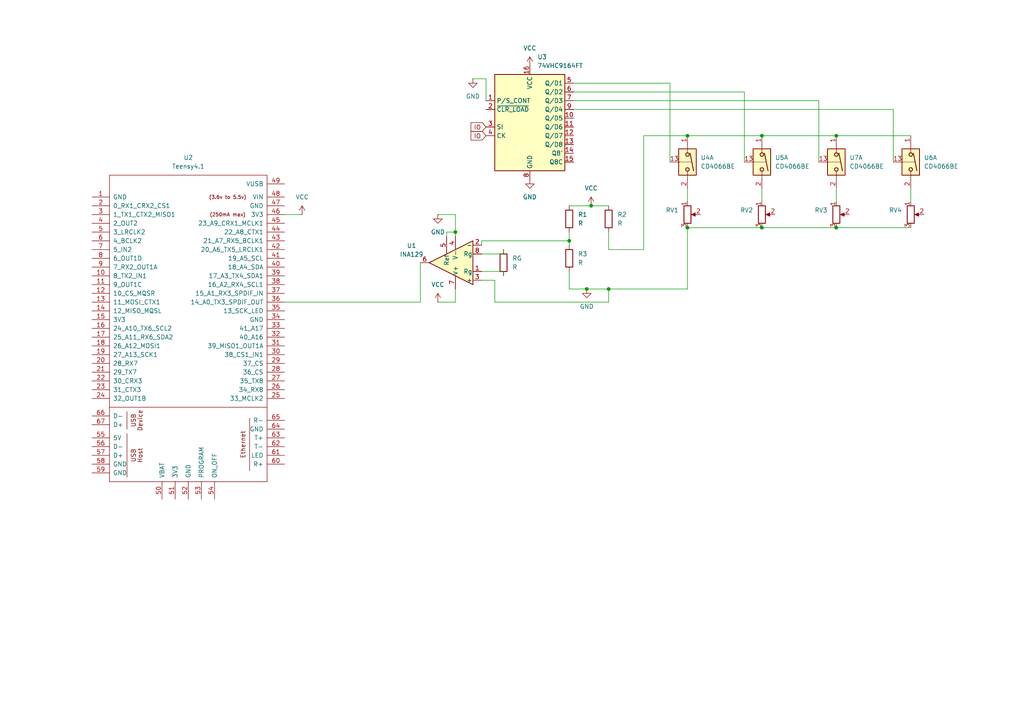
<source format=kicad_sch>
(kicad_sch
	(version 20231120)
	(generator "eeschema")
	(generator_version "8.0")
	(uuid "c42ada0c-3d7b-4fc2-91f0-3ee05de8b6fd")
	(paper "A4")
	(lib_symbols
		(symbol "74xx:74VHC9164FT"
			(exclude_from_sim no)
			(in_bom yes)
			(on_board yes)
			(property "Reference" "U"
				(at 5.08 16.51 0)
				(effects
					(font
						(size 1.27 1.27)
					)
				)
			)
			(property "Value" "74VHC9164FT"
				(at -8.89 16.51 0)
				(effects
					(font
						(size 1.27 1.27)
					)
				)
			)
			(property "Footprint" "Package_SO:TSSOP-16_4.4x5mm_P0.65mm"
				(at 0 0 0)
				(effects
					(font
						(size 1.27 1.27)
					)
					(hide yes)
				)
			)
			(property "Datasheet" "https://toshiba.semicon-storage.com/info/docget.jsp?did=15655&prodName=74VHC9164FT"
				(at 0 0 0)
				(effects
					(font
						(size 1.27 1.27)
					)
					(hide yes)
				)
			)
			(property "Description" "8-bit Universal Shift Register, 2V to 5.5V, TSSOP-16"
				(at 0 0 0)
				(effects
					(font
						(size 1.27 1.27)
					)
					(hide yes)
				)
			)
			(property "ki_keywords" "shift register universal serial parallel"
				(at 0 0 0)
				(effects
					(font
						(size 1.27 1.27)
					)
					(hide yes)
				)
			)
			(property "ki_fp_filters" "TSSOP*4.4x5mm*P0.65mm*"
				(at 0 0 0)
				(effects
					(font
						(size 1.27 1.27)
					)
					(hide yes)
				)
			)
			(symbol "74VHC9164FT_1_1"
				(rectangle
					(start -10.16 12.7)
					(end 10.16 -15.24)
					(stroke
						(width 0.254)
						(type default)
					)
					(fill
						(type background)
					)
				)
				(pin input line
					(at -12.7 5.08 0)
					(length 2.54)
					(name "P/S_CONT"
						(effects
							(font
								(size 1.27 1.27)
							)
						)
					)
					(number "1"
						(effects
							(font
								(size 1.27 1.27)
							)
						)
					)
				)
				(pin bidirectional line
					(at 12.7 0 180)
					(length 2.54)
					(name "Q/D5"
						(effects
							(font
								(size 1.27 1.27)
							)
						)
					)
					(number "10"
						(effects
							(font
								(size 1.27 1.27)
							)
						)
					)
				)
				(pin bidirectional line
					(at 12.7 -2.54 180)
					(length 2.54)
					(name "Q/D6"
						(effects
							(font
								(size 1.27 1.27)
							)
						)
					)
					(number "11"
						(effects
							(font
								(size 1.27 1.27)
							)
						)
					)
				)
				(pin bidirectional line
					(at 12.7 -5.08 180)
					(length 2.54)
					(name "Q/D7"
						(effects
							(font
								(size 1.27 1.27)
							)
						)
					)
					(number "12"
						(effects
							(font
								(size 1.27 1.27)
							)
						)
					)
				)
				(pin bidirectional line
					(at 12.7 -7.62 180)
					(length 2.54)
					(name "Q/D8"
						(effects
							(font
								(size 1.27 1.27)
							)
						)
					)
					(number "13"
						(effects
							(font
								(size 1.27 1.27)
							)
						)
					)
				)
				(pin output line
					(at 12.7 -10.16 180)
					(length 2.54)
					(name "Q8'"
						(effects
							(font
								(size 1.27 1.27)
							)
						)
					)
					(number "14"
						(effects
							(font
								(size 1.27 1.27)
							)
						)
					)
				)
				(pin output line
					(at 12.7 -12.7 180)
					(length 2.54)
					(name "Q8C"
						(effects
							(font
								(size 1.27 1.27)
							)
						)
					)
					(number "15"
						(effects
							(font
								(size 1.27 1.27)
							)
						)
					)
				)
				(pin power_in line
					(at 0 15.24 270)
					(length 2.54)
					(name "VCC"
						(effects
							(font
								(size 1.27 1.27)
							)
						)
					)
					(number "16"
						(effects
							(font
								(size 1.27 1.27)
							)
						)
					)
				)
				(pin input line
					(at -12.7 2.54 0)
					(length 2.54)
					(name "~{CLR_LOAD}"
						(effects
							(font
								(size 1.27 1.27)
							)
						)
					)
					(number "2"
						(effects
							(font
								(size 1.27 1.27)
							)
						)
					)
				)
				(pin input line
					(at -12.7 -2.54 0)
					(length 2.54)
					(name "SI"
						(effects
							(font
								(size 1.27 1.27)
							)
						)
					)
					(number "3"
						(effects
							(font
								(size 1.27 1.27)
							)
						)
					)
				)
				(pin input line
					(at -12.7 -5.08 0)
					(length 2.54)
					(name "CK"
						(effects
							(font
								(size 1.27 1.27)
							)
						)
					)
					(number "4"
						(effects
							(font
								(size 1.27 1.27)
							)
						)
					)
				)
				(pin bidirectional line
					(at 12.7 10.16 180)
					(length 2.54)
					(name "Q/D1"
						(effects
							(font
								(size 1.27 1.27)
							)
						)
					)
					(number "5"
						(effects
							(font
								(size 1.27 1.27)
							)
						)
					)
				)
				(pin bidirectional line
					(at 12.7 7.62 180)
					(length 2.54)
					(name "Q/D2"
						(effects
							(font
								(size 1.27 1.27)
							)
						)
					)
					(number "6"
						(effects
							(font
								(size 1.27 1.27)
							)
						)
					)
				)
				(pin bidirectional line
					(at 12.7 5.08 180)
					(length 2.54)
					(name "Q/D3"
						(effects
							(font
								(size 1.27 1.27)
							)
						)
					)
					(number "7"
						(effects
							(font
								(size 1.27 1.27)
							)
						)
					)
				)
				(pin power_in line
					(at 0 -17.78 90)
					(length 2.54)
					(name "GND"
						(effects
							(font
								(size 1.27 1.27)
							)
						)
					)
					(number "8"
						(effects
							(font
								(size 1.27 1.27)
							)
						)
					)
				)
				(pin bidirectional line
					(at 12.7 2.54 180)
					(length 2.54)
					(name "Q/D4"
						(effects
							(font
								(size 1.27 1.27)
							)
						)
					)
					(number "9"
						(effects
							(font
								(size 1.27 1.27)
							)
						)
					)
				)
			)
		)
		(symbol "Amplifier_Instrumentation:INA129"
			(pin_names
				(offset 0.127)
			)
			(exclude_from_sim no)
			(in_bom yes)
			(on_board yes)
			(property "Reference" "U"
				(at 3.81 3.175 0)
				(effects
					(font
						(size 1.27 1.27)
					)
					(justify left)
				)
			)
			(property "Value" "INA129"
				(at 3.81 -3.175 0)
				(effects
					(font
						(size 1.27 1.27)
					)
					(justify left)
				)
			)
			(property "Footprint" ""
				(at 2.54 0 0)
				(effects
					(font
						(size 1.27 1.27)
					)
					(hide yes)
				)
			)
			(property "Datasheet" "http://www.ti.com/lit/ds/symlink/ina128.pdf"
				(at 2.54 0 0)
				(effects
					(font
						(size 1.27 1.27)
					)
					(hide yes)
				)
			)
			(property "Description" "Precision, Low Power Instrumentation Amplifier G = 1 + 49.4kOhm/Rg, DIP-8/SOIC-8"
				(at 0 0 0)
				(effects
					(font
						(size 1.27 1.27)
					)
					(hide yes)
				)
			)
			(property "ki_keywords" "instrumentation opamp"
				(at 0 0 0)
				(effects
					(font
						(size 1.27 1.27)
					)
					(hide yes)
				)
			)
			(property "ki_fp_filters" "DIP*W7.62mm* SOIC*P1.27mm*"
				(at 0 0 0)
				(effects
					(font
						(size 1.27 1.27)
					)
					(hide yes)
				)
			)
			(symbol "INA129_0_1"
				(polyline
					(pts
						(xy 7.62 0) (xy -5.08 6.35) (xy -5.08 -6.35) (xy 7.62 0)
					)
					(stroke
						(width 0.254)
						(type default)
					)
					(fill
						(type background)
					)
				)
			)
			(symbol "INA129_1_1"
				(pin passive line
					(at -7.62 2.54 0)
					(length 2.54)
					(name "Rg"
						(effects
							(font
								(size 1.27 1.27)
							)
						)
					)
					(number "1"
						(effects
							(font
								(size 1.27 1.27)
							)
						)
					)
				)
				(pin input line
					(at -7.62 -5.08 0)
					(length 2.54)
					(name "-"
						(effects
							(font
								(size 1.27 1.27)
							)
						)
					)
					(number "2"
						(effects
							(font
								(size 1.27 1.27)
							)
						)
					)
				)
				(pin input line
					(at -7.62 5.08 0)
					(length 2.54)
					(name "+"
						(effects
							(font
								(size 1.27 1.27)
							)
						)
					)
					(number "3"
						(effects
							(font
								(size 1.27 1.27)
							)
						)
					)
				)
				(pin power_in line
					(at 0 -7.62 90)
					(length 3.81)
					(name "V-"
						(effects
							(font
								(size 1.27 1.27)
							)
						)
					)
					(number "4"
						(effects
							(font
								(size 1.27 1.27)
							)
						)
					)
				)
				(pin input line
					(at 2.54 -7.62 90)
					(length 5.08)
					(name "Ref"
						(effects
							(font
								(size 1.27 1.27)
							)
						)
					)
					(number "5"
						(effects
							(font
								(size 1.27 1.27)
							)
						)
					)
				)
				(pin output line
					(at 10.16 0 180)
					(length 2.54)
					(name "~"
						(effects
							(font
								(size 1.27 1.27)
							)
						)
					)
					(number "6"
						(effects
							(font
								(size 1.27 1.27)
							)
						)
					)
				)
				(pin power_in line
					(at 0 7.62 270)
					(length 3.81)
					(name "V+"
						(effects
							(font
								(size 1.27 1.27)
							)
						)
					)
					(number "7"
						(effects
							(font
								(size 1.27 1.27)
							)
						)
					)
				)
				(pin passive line
					(at -7.62 -2.54 0)
					(length 2.54)
					(name "Rg"
						(effects
							(font
								(size 1.27 1.27)
							)
						)
					)
					(number "8"
						(effects
							(font
								(size 1.27 1.27)
							)
						)
					)
				)
			)
		)
		(symbol "Analog_Switch:CD4066BE"
			(exclude_from_sim no)
			(in_bom yes)
			(on_board yes)
			(property "Reference" "U"
				(at -5.08 3.81 0)
				(effects
					(font
						(size 1.27 1.27)
					)
				)
			)
			(property "Value" "CD4066BE"
				(at 7.62 3.81 0)
				(effects
					(font
						(size 1.27 1.27)
					)
				)
			)
			(property "Footprint" "Package_DIP:DIP-14_W7.62mm"
				(at 0 -2.54 0)
				(effects
					(font
						(size 1.27 1.27)
					)
					(hide yes)
				)
			)
			(property "Datasheet" "https://www.ti.com/lit/ds/symlink/cd4066b.pdf"
				(at 0 0 0)
				(effects
					(font
						(size 1.27 1.27)
					)
					(hide yes)
				)
			)
			(property "Description" "Quad 20V analog SPST 1:1 switch, DIP-14"
				(at 0 0 0)
				(effects
					(font
						(size 1.27 1.27)
					)
					(hide yes)
				)
			)
			(property "ki_locked" ""
				(at 0 0 0)
				(effects
					(font
						(size 1.27 1.27)
					)
				)
			)
			(property "ki_keywords" "analog switch selector multiplexer spst mux amux"
				(at 0 0 0)
				(effects
					(font
						(size 1.27 1.27)
					)
					(hide yes)
				)
			)
			(property "ki_fp_filters" "DIP*W7.62*"
				(at 0 0 0)
				(effects
					(font
						(size 1.27 1.27)
					)
					(hide yes)
				)
			)
			(symbol "CD4066BE_1_1"
				(rectangle
					(start -3.81 2.54)
					(end 3.81 -2.54)
					(stroke
						(width 0.254)
						(type default)
					)
					(fill
						(type background)
					)
				)
				(circle
					(center -2.159 0)
					(radius 0.508)
					(stroke
						(width 0.254)
						(type default)
					)
					(fill
						(type none)
					)
				)
				(polyline
					(pts
						(xy -5.08 0) (xy -2.794 0)
					)
					(stroke
						(width 0)
						(type default)
					)
					(fill
						(type none)
					)
				)
				(polyline
					(pts
						(xy -2.54 0.762) (xy 2.54 1.778)
					)
					(stroke
						(width 0.254)
						(type default)
					)
					(fill
						(type none)
					)
				)
				(polyline
					(pts
						(xy 0 -2.54) (xy 0 -2.032)
					)
					(stroke
						(width 0)
						(type default)
					)
					(fill
						(type none)
					)
				)
				(polyline
					(pts
						(xy 0 -1.778) (xy 0 -1.524)
					)
					(stroke
						(width 0)
						(type default)
					)
					(fill
						(type none)
					)
				)
				(polyline
					(pts
						(xy 0 -1.27) (xy 0 -1.016)
					)
					(stroke
						(width 0)
						(type default)
					)
					(fill
						(type none)
					)
				)
				(polyline
					(pts
						(xy 0 -0.762) (xy 0 -0.508)
					)
					(stroke
						(width 0)
						(type default)
					)
					(fill
						(type none)
					)
				)
				(polyline
					(pts
						(xy 0 -0.254) (xy 0 0)
					)
					(stroke
						(width 0)
						(type default)
					)
					(fill
						(type none)
					)
				)
				(polyline
					(pts
						(xy 0 0.254) (xy 0 0.508)
					)
					(stroke
						(width 0)
						(type default)
					)
					(fill
						(type none)
					)
				)
				(polyline
					(pts
						(xy 0 0.762) (xy 0 1.016)
					)
					(stroke
						(width 0)
						(type default)
					)
					(fill
						(type none)
					)
				)
				(polyline
					(pts
						(xy 5.08 0) (xy 2.794 0)
					)
					(stroke
						(width 0)
						(type default)
					)
					(fill
						(type none)
					)
				)
				(circle
					(center 2.159 0)
					(radius 0.508)
					(stroke
						(width 0.254)
						(type default)
					)
					(fill
						(type none)
					)
				)
				(pin bidirectional line
					(at -7.62 0 0)
					(length 2.54)
					(name "~"
						(effects
							(font
								(size 1.27 1.27)
							)
						)
					)
					(number "1"
						(effects
							(font
								(size 1.27 1.27)
							)
						)
					)
				)
				(pin input line
					(at 0 -5.08 90)
					(length 2.54)
					(name "~"
						(effects
							(font
								(size 1.27 1.27)
							)
						)
					)
					(number "13"
						(effects
							(font
								(size 1.27 1.27)
							)
						)
					)
				)
				(pin bidirectional line
					(at 7.62 0 180)
					(length 2.54)
					(name "~"
						(effects
							(font
								(size 1.27 1.27)
							)
						)
					)
					(number "2"
						(effects
							(font
								(size 1.27 1.27)
							)
						)
					)
				)
			)
			(symbol "CD4066BE_2_1"
				(rectangle
					(start -3.81 2.54)
					(end 3.81 -2.54)
					(stroke
						(width 0.254)
						(type default)
					)
					(fill
						(type background)
					)
				)
				(circle
					(center -2.159 0)
					(radius 0.508)
					(stroke
						(width 0.254)
						(type default)
					)
					(fill
						(type none)
					)
				)
				(polyline
					(pts
						(xy -5.08 0) (xy -2.794 0)
					)
					(stroke
						(width 0)
						(type default)
					)
					(fill
						(type none)
					)
				)
				(polyline
					(pts
						(xy -2.54 0.762) (xy 2.54 1.778)
					)
					(stroke
						(width 0.254)
						(type default)
					)
					(fill
						(type none)
					)
				)
				(polyline
					(pts
						(xy 0 -2.54) (xy 0 -2.032)
					)
					(stroke
						(width 0)
						(type default)
					)
					(fill
						(type none)
					)
				)
				(polyline
					(pts
						(xy 0 -1.778) (xy 0 -1.524)
					)
					(stroke
						(width 0)
						(type default)
					)
					(fill
						(type none)
					)
				)
				(polyline
					(pts
						(xy 0 -1.27) (xy 0 -1.016)
					)
					(stroke
						(width 0)
						(type default)
					)
					(fill
						(type none)
					)
				)
				(polyline
					(pts
						(xy 0 -0.762) (xy 0 -0.508)
					)
					(stroke
						(width 0)
						(type default)
					)
					(fill
						(type none)
					)
				)
				(polyline
					(pts
						(xy 0 -0.254) (xy 0 0)
					)
					(stroke
						(width 0)
						(type default)
					)
					(fill
						(type none)
					)
				)
				(polyline
					(pts
						(xy 0 0.254) (xy 0 0.508)
					)
					(stroke
						(width 0)
						(type default)
					)
					(fill
						(type none)
					)
				)
				(polyline
					(pts
						(xy 0 0.762) (xy 0 1.016)
					)
					(stroke
						(width 0)
						(type default)
					)
					(fill
						(type none)
					)
				)
				(polyline
					(pts
						(xy 5.08 0) (xy 2.794 0)
					)
					(stroke
						(width 0)
						(type default)
					)
					(fill
						(type none)
					)
				)
				(circle
					(center 2.159 0)
					(radius 0.508)
					(stroke
						(width 0.254)
						(type default)
					)
					(fill
						(type none)
					)
				)
				(pin bidirectional line
					(at 7.62 0 180)
					(length 2.54)
					(name "~"
						(effects
							(font
								(size 1.27 1.27)
							)
						)
					)
					(number "3"
						(effects
							(font
								(size 1.27 1.27)
							)
						)
					)
				)
				(pin bidirectional line
					(at -7.62 0 0)
					(length 2.54)
					(name "~"
						(effects
							(font
								(size 1.27 1.27)
							)
						)
					)
					(number "4"
						(effects
							(font
								(size 1.27 1.27)
							)
						)
					)
				)
				(pin input line
					(at 0 -5.08 90)
					(length 2.54)
					(name "~"
						(effects
							(font
								(size 1.27 1.27)
							)
						)
					)
					(number "5"
						(effects
							(font
								(size 1.27 1.27)
							)
						)
					)
				)
			)
			(symbol "CD4066BE_3_1"
				(rectangle
					(start -3.81 2.54)
					(end 3.81 -2.54)
					(stroke
						(width 0.254)
						(type default)
					)
					(fill
						(type background)
					)
				)
				(circle
					(center -2.159 0)
					(radius 0.508)
					(stroke
						(width 0.254)
						(type default)
					)
					(fill
						(type none)
					)
				)
				(polyline
					(pts
						(xy -5.08 0) (xy -2.794 0)
					)
					(stroke
						(width 0)
						(type default)
					)
					(fill
						(type none)
					)
				)
				(polyline
					(pts
						(xy -2.54 0.762) (xy 2.54 1.778)
					)
					(stroke
						(width 0.254)
						(type default)
					)
					(fill
						(type none)
					)
				)
				(polyline
					(pts
						(xy 0 -2.54) (xy 0 -2.032)
					)
					(stroke
						(width 0)
						(type default)
					)
					(fill
						(type none)
					)
				)
				(polyline
					(pts
						(xy 0 -1.778) (xy 0 -1.524)
					)
					(stroke
						(width 0)
						(type default)
					)
					(fill
						(type none)
					)
				)
				(polyline
					(pts
						(xy 0 -1.27) (xy 0 -1.016)
					)
					(stroke
						(width 0)
						(type default)
					)
					(fill
						(type none)
					)
				)
				(polyline
					(pts
						(xy 0 -0.762) (xy 0 -0.508)
					)
					(stroke
						(width 0)
						(type default)
					)
					(fill
						(type none)
					)
				)
				(polyline
					(pts
						(xy 0 -0.254) (xy 0 0)
					)
					(stroke
						(width 0)
						(type default)
					)
					(fill
						(type none)
					)
				)
				(polyline
					(pts
						(xy 0 0.254) (xy 0 0.508)
					)
					(stroke
						(width 0)
						(type default)
					)
					(fill
						(type none)
					)
				)
				(polyline
					(pts
						(xy 0 0.762) (xy 0 1.016)
					)
					(stroke
						(width 0)
						(type default)
					)
					(fill
						(type none)
					)
				)
				(polyline
					(pts
						(xy 5.08 0) (xy 2.794 0)
					)
					(stroke
						(width 0)
						(type default)
					)
					(fill
						(type none)
					)
				)
				(circle
					(center 2.159 0)
					(radius 0.508)
					(stroke
						(width 0.254)
						(type default)
					)
					(fill
						(type none)
					)
				)
				(pin input line
					(at 0 -5.08 90)
					(length 2.54)
					(name "~"
						(effects
							(font
								(size 1.27 1.27)
							)
						)
					)
					(number "6"
						(effects
							(font
								(size 1.27 1.27)
							)
						)
					)
				)
				(pin bidirectional line
					(at -7.62 0 0)
					(length 2.54)
					(name "~"
						(effects
							(font
								(size 1.27 1.27)
							)
						)
					)
					(number "8"
						(effects
							(font
								(size 1.27 1.27)
							)
						)
					)
				)
				(pin bidirectional line
					(at 7.62 0 180)
					(length 2.54)
					(name "~"
						(effects
							(font
								(size 1.27 1.27)
							)
						)
					)
					(number "9"
						(effects
							(font
								(size 1.27 1.27)
							)
						)
					)
				)
			)
			(symbol "CD4066BE_4_1"
				(rectangle
					(start -3.81 2.54)
					(end 3.81 -2.54)
					(stroke
						(width 0.254)
						(type default)
					)
					(fill
						(type background)
					)
				)
				(circle
					(center -2.159 0)
					(radius 0.508)
					(stroke
						(width 0.254)
						(type default)
					)
					(fill
						(type none)
					)
				)
				(polyline
					(pts
						(xy -5.08 0) (xy -2.794 0)
					)
					(stroke
						(width 0)
						(type default)
					)
					(fill
						(type none)
					)
				)
				(polyline
					(pts
						(xy -2.54 0.762) (xy 2.54 1.778)
					)
					(stroke
						(width 0.254)
						(type default)
					)
					(fill
						(type none)
					)
				)
				(polyline
					(pts
						(xy 0 -2.54) (xy 0 -2.032)
					)
					(stroke
						(width 0)
						(type default)
					)
					(fill
						(type none)
					)
				)
				(polyline
					(pts
						(xy 0 -1.778) (xy 0 -1.524)
					)
					(stroke
						(width 0)
						(type default)
					)
					(fill
						(type none)
					)
				)
				(polyline
					(pts
						(xy 0 -1.27) (xy 0 -1.016)
					)
					(stroke
						(width 0)
						(type default)
					)
					(fill
						(type none)
					)
				)
				(polyline
					(pts
						(xy 0 -0.762) (xy 0 -0.508)
					)
					(stroke
						(width 0)
						(type default)
					)
					(fill
						(type none)
					)
				)
				(polyline
					(pts
						(xy 0 -0.254) (xy 0 0)
					)
					(stroke
						(width 0)
						(type default)
					)
					(fill
						(type none)
					)
				)
				(polyline
					(pts
						(xy 0 0.254) (xy 0 0.508)
					)
					(stroke
						(width 0)
						(type default)
					)
					(fill
						(type none)
					)
				)
				(polyline
					(pts
						(xy 0 0.762) (xy 0 1.016)
					)
					(stroke
						(width 0)
						(type default)
					)
					(fill
						(type none)
					)
				)
				(polyline
					(pts
						(xy 5.08 0) (xy 2.794 0)
					)
					(stroke
						(width 0)
						(type default)
					)
					(fill
						(type none)
					)
				)
				(circle
					(center 2.159 0)
					(radius 0.508)
					(stroke
						(width 0.254)
						(type default)
					)
					(fill
						(type none)
					)
				)
				(pin bidirectional line
					(at 7.62 0 180)
					(length 2.54)
					(name "~"
						(effects
							(font
								(size 1.27 1.27)
							)
						)
					)
					(number "10"
						(effects
							(font
								(size 1.27 1.27)
							)
						)
					)
				)
				(pin bidirectional line
					(at -7.62 0 0)
					(length 2.54)
					(name "~"
						(effects
							(font
								(size 1.27 1.27)
							)
						)
					)
					(number "11"
						(effects
							(font
								(size 1.27 1.27)
							)
						)
					)
				)
				(pin input line
					(at 0 -5.08 90)
					(length 2.54)
					(name "~"
						(effects
							(font
								(size 1.27 1.27)
							)
						)
					)
					(number "12"
						(effects
							(font
								(size 1.27 1.27)
							)
						)
					)
				)
			)
			(symbol "CD4066BE_5_1"
				(rectangle
					(start -2.54 5.08)
					(end 2.54 -5.08)
					(stroke
						(width 0.254)
						(type default)
					)
					(fill
						(type background)
					)
				)
				(pin power_in line
					(at 0 7.62 270)
					(length 2.54)
					(name "V_{DD}"
						(effects
							(font
								(size 1.27 1.27)
							)
						)
					)
					(number "14"
						(effects
							(font
								(size 1.27 1.27)
							)
						)
					)
				)
				(pin power_in line
					(at 0 -7.62 90)
					(length 2.54)
					(name "V_{SS}"
						(effects
							(font
								(size 1.27 1.27)
							)
						)
					)
					(number "7"
						(effects
							(font
								(size 1.27 1.27)
							)
						)
					)
				)
			)
		)
		(symbol "Device:R"
			(pin_numbers hide)
			(pin_names
				(offset 0)
			)
			(exclude_from_sim no)
			(in_bom yes)
			(on_board yes)
			(property "Reference" "R"
				(at 2.032 0 90)
				(effects
					(font
						(size 1.27 1.27)
					)
				)
			)
			(property "Value" "R"
				(at 0 0 90)
				(effects
					(font
						(size 1.27 1.27)
					)
				)
			)
			(property "Footprint" ""
				(at -1.778 0 90)
				(effects
					(font
						(size 1.27 1.27)
					)
					(hide yes)
				)
			)
			(property "Datasheet" "~"
				(at 0 0 0)
				(effects
					(font
						(size 1.27 1.27)
					)
					(hide yes)
				)
			)
			(property "Description" "Resistor"
				(at 0 0 0)
				(effects
					(font
						(size 1.27 1.27)
					)
					(hide yes)
				)
			)
			(property "ki_keywords" "R res resistor"
				(at 0 0 0)
				(effects
					(font
						(size 1.27 1.27)
					)
					(hide yes)
				)
			)
			(property "ki_fp_filters" "R_*"
				(at 0 0 0)
				(effects
					(font
						(size 1.27 1.27)
					)
					(hide yes)
				)
			)
			(symbol "R_0_1"
				(rectangle
					(start -1.016 -2.54)
					(end 1.016 2.54)
					(stroke
						(width 0.254)
						(type default)
					)
					(fill
						(type none)
					)
				)
			)
			(symbol "R_1_1"
				(pin passive line
					(at 0 3.81 270)
					(length 1.27)
					(name "~"
						(effects
							(font
								(size 1.27 1.27)
							)
						)
					)
					(number "1"
						(effects
							(font
								(size 1.27 1.27)
							)
						)
					)
				)
				(pin passive line
					(at 0 -3.81 90)
					(length 1.27)
					(name "~"
						(effects
							(font
								(size 1.27 1.27)
							)
						)
					)
					(number "2"
						(effects
							(font
								(size 1.27 1.27)
							)
						)
					)
				)
			)
		)
		(symbol "Device:R_Potentiometer"
			(pin_names
				(offset 1.016) hide)
			(exclude_from_sim no)
			(in_bom yes)
			(on_board yes)
			(property "Reference" "RV"
				(at -4.445 0 90)
				(effects
					(font
						(size 1.27 1.27)
					)
				)
			)
			(property "Value" "R_Potentiometer"
				(at -2.54 0 90)
				(effects
					(font
						(size 1.27 1.27)
					)
				)
			)
			(property "Footprint" ""
				(at 0 0 0)
				(effects
					(font
						(size 1.27 1.27)
					)
					(hide yes)
				)
			)
			(property "Datasheet" "~"
				(at 0 0 0)
				(effects
					(font
						(size 1.27 1.27)
					)
					(hide yes)
				)
			)
			(property "Description" "Potentiometer"
				(at 0 0 0)
				(effects
					(font
						(size 1.27 1.27)
					)
					(hide yes)
				)
			)
			(property "ki_keywords" "resistor variable"
				(at 0 0 0)
				(effects
					(font
						(size 1.27 1.27)
					)
					(hide yes)
				)
			)
			(property "ki_fp_filters" "Potentiometer*"
				(at 0 0 0)
				(effects
					(font
						(size 1.27 1.27)
					)
					(hide yes)
				)
			)
			(symbol "R_Potentiometer_0_1"
				(polyline
					(pts
						(xy 2.54 0) (xy 1.524 0)
					)
					(stroke
						(width 0)
						(type default)
					)
					(fill
						(type none)
					)
				)
				(polyline
					(pts
						(xy 1.143 0) (xy 2.286 0.508) (xy 2.286 -0.508) (xy 1.143 0)
					)
					(stroke
						(width 0)
						(type default)
					)
					(fill
						(type outline)
					)
				)
				(rectangle
					(start 1.016 2.54)
					(end -1.016 -2.54)
					(stroke
						(width 0.254)
						(type default)
					)
					(fill
						(type none)
					)
				)
			)
			(symbol "R_Potentiometer_1_1"
				(pin passive line
					(at 0 3.81 270)
					(length 1.27)
					(name "1"
						(effects
							(font
								(size 1.27 1.27)
							)
						)
					)
					(number "1"
						(effects
							(font
								(size 1.27 1.27)
							)
						)
					)
				)
				(pin passive line
					(at 3.81 0 180)
					(length 1.27)
					(name "2"
						(effects
							(font
								(size 1.27 1.27)
							)
						)
					)
					(number "2"
						(effects
							(font
								(size 1.27 1.27)
							)
						)
					)
				)
				(pin passive line
					(at 0 -3.81 90)
					(length 1.27)
					(name "3"
						(effects
							(font
								(size 1.27 1.27)
							)
						)
					)
					(number "3"
						(effects
							(font
								(size 1.27 1.27)
							)
						)
					)
				)
			)
		)
		(symbol "power:GND"
			(power)
			(pin_numbers hide)
			(pin_names
				(offset 0) hide)
			(exclude_from_sim no)
			(in_bom yes)
			(on_board yes)
			(property "Reference" "#PWR"
				(at 0 -6.35 0)
				(effects
					(font
						(size 1.27 1.27)
					)
					(hide yes)
				)
			)
			(property "Value" "GND"
				(at 0 -3.81 0)
				(effects
					(font
						(size 1.27 1.27)
					)
				)
			)
			(property "Footprint" ""
				(at 0 0 0)
				(effects
					(font
						(size 1.27 1.27)
					)
					(hide yes)
				)
			)
			(property "Datasheet" ""
				(at 0 0 0)
				(effects
					(font
						(size 1.27 1.27)
					)
					(hide yes)
				)
			)
			(property "Description" "Power symbol creates a global label with name \"GND\" , ground"
				(at 0 0 0)
				(effects
					(font
						(size 1.27 1.27)
					)
					(hide yes)
				)
			)
			(property "ki_keywords" "global power"
				(at 0 0 0)
				(effects
					(font
						(size 1.27 1.27)
					)
					(hide yes)
				)
			)
			(symbol "GND_0_1"
				(polyline
					(pts
						(xy 0 0) (xy 0 -1.27) (xy 1.27 -1.27) (xy 0 -2.54) (xy -1.27 -1.27) (xy 0 -1.27)
					)
					(stroke
						(width 0)
						(type default)
					)
					(fill
						(type none)
					)
				)
			)
			(symbol "GND_1_1"
				(pin power_in line
					(at 0 0 270)
					(length 0)
					(name "~"
						(effects
							(font
								(size 1.27 1.27)
							)
						)
					)
					(number "1"
						(effects
							(font
								(size 1.27 1.27)
							)
						)
					)
				)
			)
		)
		(symbol "power:VCC"
			(power)
			(pin_numbers hide)
			(pin_names
				(offset 0) hide)
			(exclude_from_sim no)
			(in_bom yes)
			(on_board yes)
			(property "Reference" "#PWR"
				(at 0 -3.81 0)
				(effects
					(font
						(size 1.27 1.27)
					)
					(hide yes)
				)
			)
			(property "Value" "VCC"
				(at 0 3.556 0)
				(effects
					(font
						(size 1.27 1.27)
					)
				)
			)
			(property "Footprint" ""
				(at 0 0 0)
				(effects
					(font
						(size 1.27 1.27)
					)
					(hide yes)
				)
			)
			(property "Datasheet" ""
				(at 0 0 0)
				(effects
					(font
						(size 1.27 1.27)
					)
					(hide yes)
				)
			)
			(property "Description" "Power symbol creates a global label with name \"VCC\""
				(at 0 0 0)
				(effects
					(font
						(size 1.27 1.27)
					)
					(hide yes)
				)
			)
			(property "ki_keywords" "global power"
				(at 0 0 0)
				(effects
					(font
						(size 1.27 1.27)
					)
					(hide yes)
				)
			)
			(symbol "VCC_0_1"
				(polyline
					(pts
						(xy -0.762 1.27) (xy 0 2.54)
					)
					(stroke
						(width 0)
						(type default)
					)
					(fill
						(type none)
					)
				)
				(polyline
					(pts
						(xy 0 0) (xy 0 2.54)
					)
					(stroke
						(width 0)
						(type default)
					)
					(fill
						(type none)
					)
				)
				(polyline
					(pts
						(xy 0 2.54) (xy 0.762 1.27)
					)
					(stroke
						(width 0)
						(type default)
					)
					(fill
						(type none)
					)
				)
			)
			(symbol "VCC_1_1"
				(pin power_in line
					(at 0 0 90)
					(length 0)
					(name "~"
						(effects
							(font
								(size 1.27 1.27)
							)
						)
					)
					(number "1"
						(effects
							(font
								(size 1.27 1.27)
							)
						)
					)
				)
			)
		)
		(symbol "teensy:Teensy4.1"
			(pin_names
				(offset 1.016)
			)
			(exclude_from_sim no)
			(in_bom yes)
			(on_board yes)
			(property "Reference" "U"
				(at 0 64.77 0)
				(effects
					(font
						(size 1.27 1.27)
					)
				)
			)
			(property "Value" "Teensy4.1"
				(at 0 62.23 0)
				(effects
					(font
						(size 1.27 1.27)
					)
				)
			)
			(property "Footprint" ""
				(at -10.16 10.16 0)
				(effects
					(font
						(size 1.27 1.27)
					)
					(hide yes)
				)
			)
			(property "Datasheet" ""
				(at -10.16 10.16 0)
				(effects
					(font
						(size 1.27 1.27)
					)
					(hide yes)
				)
			)
			(property "Description" ""
				(at 0 0 0)
				(effects
					(font
						(size 1.27 1.27)
					)
					(hide yes)
				)
			)
			(symbol "Teensy4.1_0_0"
				(polyline
					(pts
						(xy -22.86 -6.35) (xy 22.86 -6.35)
					)
					(stroke
						(width 0)
						(type solid)
					)
					(fill
						(type none)
					)
				)
				(polyline
					(pts
						(xy -17.78 -26.67) (xy -17.78 -13.97)
					)
					(stroke
						(width 0)
						(type solid)
					)
					(fill
						(type none)
					)
				)
				(polyline
					(pts
						(xy -17.78 -7.62) (xy -17.78 -12.7)
					)
					(stroke
						(width 0)
						(type solid)
					)
					(fill
						(type none)
					)
				)
				(polyline
					(pts
						(xy 17.78 -9.525) (xy 17.78 -24.765)
					)
					(stroke
						(width 0)
						(type solid)
					)
					(fill
						(type none)
					)
				)
				(text "(250mA max)"
					(at 11.43 49.53 0)
					(effects
						(font
							(size 1.016 1.016)
						)
					)
				)
				(text "(3.6v to 5.5v)"
					(at 11.43 54.61 0)
					(effects
						(font
							(size 1.016 1.016)
						)
					)
				)
				(text "Device"
					(at -13.97 -10.16 900)
					(effects
						(font
							(size 1.27 1.27)
						)
					)
				)
				(text "Ethernet"
					(at 15.875 -17.145 900)
					(effects
						(font
							(size 1.27 1.27)
						)
					)
				)
				(text "Host"
					(at -13.97 -20.32 900)
					(effects
						(font
							(size 1.27 1.27)
						)
					)
				)
				(text "USB"
					(at -15.875 -20.32 900)
					(effects
						(font
							(size 1.27 1.27)
						)
					)
				)
				(text "USB"
					(at -15.875 -10.16 900)
					(effects
						(font
							(size 1.27 1.27)
						)
					)
				)
				(pin bidirectional line
					(at -27.94 31.75 0)
					(length 5.08)
					(name "8_TX2_IN1"
						(effects
							(font
								(size 1.27 1.27)
							)
						)
					)
					(number "10"
						(effects
							(font
								(size 1.27 1.27)
							)
						)
					)
				)
				(pin bidirectional line
					(at -27.94 29.21 0)
					(length 5.08)
					(name "9_OUT1C"
						(effects
							(font
								(size 1.27 1.27)
							)
						)
					)
					(number "11"
						(effects
							(font
								(size 1.27 1.27)
							)
						)
					)
				)
				(pin bidirectional line
					(at -27.94 26.67 0)
					(length 5.08)
					(name "10_CS_MQSR"
						(effects
							(font
								(size 1.27 1.27)
							)
						)
					)
					(number "12"
						(effects
							(font
								(size 1.27 1.27)
							)
						)
					)
				)
				(pin bidirectional line
					(at -27.94 24.13 0)
					(length 5.08)
					(name "11_MOSI_CTX1"
						(effects
							(font
								(size 1.27 1.27)
							)
						)
					)
					(number "13"
						(effects
							(font
								(size 1.27 1.27)
							)
						)
					)
				)
				(pin bidirectional line
					(at -27.94 21.59 0)
					(length 5.08)
					(name "12_MISO_MQSL"
						(effects
							(font
								(size 1.27 1.27)
							)
						)
					)
					(number "14"
						(effects
							(font
								(size 1.27 1.27)
							)
						)
					)
				)
				(pin power_in line
					(at -27.94 19.05 0)
					(length 5.08)
					(name "3V3"
						(effects
							(font
								(size 1.27 1.27)
							)
						)
					)
					(number "15"
						(effects
							(font
								(size 1.27 1.27)
							)
						)
					)
				)
				(pin bidirectional line
					(at -27.94 16.51 0)
					(length 5.08)
					(name "24_A10_TX6_SCL2"
						(effects
							(font
								(size 1.27 1.27)
							)
						)
					)
					(number "16"
						(effects
							(font
								(size 1.27 1.27)
							)
						)
					)
				)
				(pin bidirectional line
					(at -27.94 13.97 0)
					(length 5.08)
					(name "25_A11_RX6_SDA2"
						(effects
							(font
								(size 1.27 1.27)
							)
						)
					)
					(number "17"
						(effects
							(font
								(size 1.27 1.27)
							)
						)
					)
				)
				(pin bidirectional line
					(at -27.94 11.43 0)
					(length 5.08)
					(name "26_A12_MOSI1"
						(effects
							(font
								(size 1.27 1.27)
							)
						)
					)
					(number "18"
						(effects
							(font
								(size 1.27 1.27)
							)
						)
					)
				)
				(pin bidirectional line
					(at -27.94 8.89 0)
					(length 5.08)
					(name "27_A13_SCK1"
						(effects
							(font
								(size 1.27 1.27)
							)
						)
					)
					(number "19"
						(effects
							(font
								(size 1.27 1.27)
							)
						)
					)
				)
				(pin bidirectional line
					(at -27.94 6.35 0)
					(length 5.08)
					(name "28_RX7"
						(effects
							(font
								(size 1.27 1.27)
							)
						)
					)
					(number "20"
						(effects
							(font
								(size 1.27 1.27)
							)
						)
					)
				)
				(pin bidirectional line
					(at -27.94 3.81 0)
					(length 5.08)
					(name "29_TX7"
						(effects
							(font
								(size 1.27 1.27)
							)
						)
					)
					(number "21"
						(effects
							(font
								(size 1.27 1.27)
							)
						)
					)
				)
				(pin bidirectional line
					(at -27.94 1.27 0)
					(length 5.08)
					(name "30_CRX3"
						(effects
							(font
								(size 1.27 1.27)
							)
						)
					)
					(number "22"
						(effects
							(font
								(size 1.27 1.27)
							)
						)
					)
				)
				(pin bidirectional line
					(at -27.94 -1.27 0)
					(length 5.08)
					(name "31_CTX3"
						(effects
							(font
								(size 1.27 1.27)
							)
						)
					)
					(number "23"
						(effects
							(font
								(size 1.27 1.27)
							)
						)
					)
				)
				(pin bidirectional line
					(at -27.94 -3.81 0)
					(length 5.08)
					(name "32_OUT1B"
						(effects
							(font
								(size 1.27 1.27)
							)
						)
					)
					(number "24"
						(effects
							(font
								(size 1.27 1.27)
							)
						)
					)
				)
				(pin bidirectional line
					(at 27.94 -3.81 180)
					(length 5.08)
					(name "33_MCLK2"
						(effects
							(font
								(size 1.27 1.27)
							)
						)
					)
					(number "25"
						(effects
							(font
								(size 1.27 1.27)
							)
						)
					)
				)
				(pin bidirectional line
					(at 27.94 -1.27 180)
					(length 5.08)
					(name "34_RX8"
						(effects
							(font
								(size 1.27 1.27)
							)
						)
					)
					(number "26"
						(effects
							(font
								(size 1.27 1.27)
							)
						)
					)
				)
				(pin bidirectional line
					(at 27.94 1.27 180)
					(length 5.08)
					(name "35_TX8"
						(effects
							(font
								(size 1.27 1.27)
							)
						)
					)
					(number "27"
						(effects
							(font
								(size 1.27 1.27)
							)
						)
					)
				)
				(pin bidirectional line
					(at 27.94 3.81 180)
					(length 5.08)
					(name "36_CS"
						(effects
							(font
								(size 1.27 1.27)
							)
						)
					)
					(number "28"
						(effects
							(font
								(size 1.27 1.27)
							)
						)
					)
				)
				(pin bidirectional line
					(at 27.94 6.35 180)
					(length 5.08)
					(name "37_CS"
						(effects
							(font
								(size 1.27 1.27)
							)
						)
					)
					(number "29"
						(effects
							(font
								(size 1.27 1.27)
							)
						)
					)
				)
				(pin bidirectional line
					(at 27.94 8.89 180)
					(length 5.08)
					(name "38_CS1_IN1"
						(effects
							(font
								(size 1.27 1.27)
							)
						)
					)
					(number "30"
						(effects
							(font
								(size 1.27 1.27)
							)
						)
					)
				)
				(pin bidirectional line
					(at 27.94 11.43 180)
					(length 5.08)
					(name "39_MISO1_OUT1A"
						(effects
							(font
								(size 1.27 1.27)
							)
						)
					)
					(number "31"
						(effects
							(font
								(size 1.27 1.27)
							)
						)
					)
				)
				(pin bidirectional line
					(at 27.94 13.97 180)
					(length 5.08)
					(name "40_A16"
						(effects
							(font
								(size 1.27 1.27)
							)
						)
					)
					(number "32"
						(effects
							(font
								(size 1.27 1.27)
							)
						)
					)
				)
				(pin bidirectional line
					(at 27.94 16.51 180)
					(length 5.08)
					(name "41_A17"
						(effects
							(font
								(size 1.27 1.27)
							)
						)
					)
					(number "33"
						(effects
							(font
								(size 1.27 1.27)
							)
						)
					)
				)
				(pin bidirectional line
					(at 27.94 21.59 180)
					(length 5.08)
					(name "13_SCK_LED"
						(effects
							(font
								(size 1.27 1.27)
							)
						)
					)
					(number "35"
						(effects
							(font
								(size 1.27 1.27)
							)
						)
					)
				)
				(pin bidirectional line
					(at 27.94 24.13 180)
					(length 5.08)
					(name "14_A0_TX3_SPDIF_OUT"
						(effects
							(font
								(size 1.27 1.27)
							)
						)
					)
					(number "36"
						(effects
							(font
								(size 1.27 1.27)
							)
						)
					)
				)
				(pin bidirectional line
					(at 27.94 26.67 180)
					(length 5.08)
					(name "15_A1_RX3_SPDIF_IN"
						(effects
							(font
								(size 1.27 1.27)
							)
						)
					)
					(number "37"
						(effects
							(font
								(size 1.27 1.27)
							)
						)
					)
				)
				(pin bidirectional line
					(at 27.94 29.21 180)
					(length 5.08)
					(name "16_A2_RX4_SCL1"
						(effects
							(font
								(size 1.27 1.27)
							)
						)
					)
					(number "38"
						(effects
							(font
								(size 1.27 1.27)
							)
						)
					)
				)
				(pin bidirectional line
					(at 27.94 31.75 180)
					(length 5.08)
					(name "17_A3_TX4_SDA1"
						(effects
							(font
								(size 1.27 1.27)
							)
						)
					)
					(number "39"
						(effects
							(font
								(size 1.27 1.27)
							)
						)
					)
				)
				(pin bidirectional line
					(at 27.94 34.29 180)
					(length 5.08)
					(name "18_A4_SDA"
						(effects
							(font
								(size 1.27 1.27)
							)
						)
					)
					(number "40"
						(effects
							(font
								(size 1.27 1.27)
							)
						)
					)
				)
				(pin bidirectional line
					(at 27.94 36.83 180)
					(length 5.08)
					(name "19_A5_SCL"
						(effects
							(font
								(size 1.27 1.27)
							)
						)
					)
					(number "41"
						(effects
							(font
								(size 1.27 1.27)
							)
						)
					)
				)
				(pin bidirectional line
					(at 27.94 39.37 180)
					(length 5.08)
					(name "20_A6_TX5_LRCLK1"
						(effects
							(font
								(size 1.27 1.27)
							)
						)
					)
					(number "42"
						(effects
							(font
								(size 1.27 1.27)
							)
						)
					)
				)
				(pin bidirectional line
					(at 27.94 41.91 180)
					(length 5.08)
					(name "21_A7_RX5_BCLK1"
						(effects
							(font
								(size 1.27 1.27)
							)
						)
					)
					(number "43"
						(effects
							(font
								(size 1.27 1.27)
							)
						)
					)
				)
				(pin bidirectional line
					(at 27.94 44.45 180)
					(length 5.08)
					(name "22_A8_CTX1"
						(effects
							(font
								(size 1.27 1.27)
							)
						)
					)
					(number "44"
						(effects
							(font
								(size 1.27 1.27)
							)
						)
					)
				)
				(pin bidirectional line
					(at 27.94 46.99 180)
					(length 5.08)
					(name "23_A9_CRX1_MCLK1"
						(effects
							(font
								(size 1.27 1.27)
							)
						)
					)
					(number "45"
						(effects
							(font
								(size 1.27 1.27)
							)
						)
					)
				)
				(pin output line
					(at 27.94 49.53 180)
					(length 5.08)
					(name "3V3"
						(effects
							(font
								(size 1.27 1.27)
							)
						)
					)
					(number "46"
						(effects
							(font
								(size 1.27 1.27)
							)
						)
					)
				)
				(pin output line
					(at 27.94 52.07 180)
					(length 5.08)
					(name "GND"
						(effects
							(font
								(size 1.27 1.27)
							)
						)
					)
					(number "47"
						(effects
							(font
								(size 1.27 1.27)
							)
						)
					)
				)
				(pin power_in line
					(at 27.94 54.61 180)
					(length 5.08)
					(name "VIN"
						(effects
							(font
								(size 1.27 1.27)
							)
						)
					)
					(number "48"
						(effects
							(font
								(size 1.27 1.27)
							)
						)
					)
				)
				(pin power_out line
					(at 27.94 58.42 180)
					(length 5.08)
					(name "VUSB"
						(effects
							(font
								(size 1.27 1.27)
							)
						)
					)
					(number "49"
						(effects
							(font
								(size 1.27 1.27)
							)
						)
					)
				)
				(pin bidirectional line
					(at -27.94 44.45 0)
					(length 5.08)
					(name "3_LRCLK2"
						(effects
							(font
								(size 1.27 1.27)
							)
						)
					)
					(number "5"
						(effects
							(font
								(size 1.27 1.27)
							)
						)
					)
				)
				(pin power_in line
					(at -7.62 -33.02 90)
					(length 5.08)
					(name "VBAT"
						(effects
							(font
								(size 1.27 1.27)
							)
						)
					)
					(number "50"
						(effects
							(font
								(size 1.27 1.27)
							)
						)
					)
				)
				(pin power_in line
					(at -3.81 -33.02 90)
					(length 5.08)
					(name "3V3"
						(effects
							(font
								(size 1.27 1.27)
							)
						)
					)
					(number "51"
						(effects
							(font
								(size 1.27 1.27)
							)
						)
					)
				)
				(pin input line
					(at 0 -33.02 90)
					(length 5.08)
					(name "GND"
						(effects
							(font
								(size 1.27 1.27)
							)
						)
					)
					(number "52"
						(effects
							(font
								(size 1.27 1.27)
							)
						)
					)
				)
				(pin input line
					(at 3.81 -33.02 90)
					(length 5.08)
					(name "PROGRAM"
						(effects
							(font
								(size 1.27 1.27)
							)
						)
					)
					(number "53"
						(effects
							(font
								(size 1.27 1.27)
							)
						)
					)
				)
				(pin input line
					(at 7.62 -33.02 90)
					(length 5.08)
					(name "ON_OFF"
						(effects
							(font
								(size 1.27 1.27)
							)
						)
					)
					(number "54"
						(effects
							(font
								(size 1.27 1.27)
							)
						)
					)
				)
				(pin power_out line
					(at -27.94 -15.24 0)
					(length 5.08)
					(name "5V"
						(effects
							(font
								(size 1.27 1.27)
							)
						)
					)
					(number "55"
						(effects
							(font
								(size 1.27 1.27)
							)
						)
					)
				)
				(pin bidirectional line
					(at -27.94 -17.78 0)
					(length 5.08)
					(name "D-"
						(effects
							(font
								(size 1.27 1.27)
							)
						)
					)
					(number "56"
						(effects
							(font
								(size 1.27 1.27)
							)
						)
					)
				)
				(pin bidirectional line
					(at -27.94 -20.32 0)
					(length 5.08)
					(name "D+"
						(effects
							(font
								(size 1.27 1.27)
							)
						)
					)
					(number "57"
						(effects
							(font
								(size 1.27 1.27)
							)
						)
					)
				)
				(pin power_in line
					(at -27.94 -22.86 0)
					(length 5.08)
					(name "GND"
						(effects
							(font
								(size 1.27 1.27)
							)
						)
					)
					(number "58"
						(effects
							(font
								(size 1.27 1.27)
							)
						)
					)
				)
				(pin power_in line
					(at -27.94 -25.4 0)
					(length 5.08)
					(name "GND"
						(effects
							(font
								(size 1.27 1.27)
							)
						)
					)
					(number "59"
						(effects
							(font
								(size 1.27 1.27)
							)
						)
					)
				)
				(pin bidirectional line
					(at -27.94 41.91 0)
					(length 5.08)
					(name "4_BCLK2"
						(effects
							(font
								(size 1.27 1.27)
							)
						)
					)
					(number "6"
						(effects
							(font
								(size 1.27 1.27)
							)
						)
					)
				)
				(pin bidirectional line
					(at 27.94 -22.86 180)
					(length 5.08)
					(name "R+"
						(effects
							(font
								(size 1.27 1.27)
							)
						)
					)
					(number "60"
						(effects
							(font
								(size 1.27 1.27)
							)
						)
					)
				)
				(pin bidirectional line
					(at 27.94 -20.32 180)
					(length 5.08)
					(name "LED"
						(effects
							(font
								(size 1.27 1.27)
							)
						)
					)
					(number "61"
						(effects
							(font
								(size 1.27 1.27)
							)
						)
					)
				)
				(pin bidirectional line
					(at 27.94 -17.78 180)
					(length 5.08)
					(name "T-"
						(effects
							(font
								(size 1.27 1.27)
							)
						)
					)
					(number "62"
						(effects
							(font
								(size 1.27 1.27)
							)
						)
					)
				)
				(pin bidirectional line
					(at 27.94 -15.24 180)
					(length 5.08)
					(name "T+"
						(effects
							(font
								(size 1.27 1.27)
							)
						)
					)
					(number "63"
						(effects
							(font
								(size 1.27 1.27)
							)
						)
					)
				)
				(pin power_in line
					(at 27.94 -12.7 180)
					(length 5.08)
					(name "GND"
						(effects
							(font
								(size 1.27 1.27)
							)
						)
					)
					(number "64"
						(effects
							(font
								(size 1.27 1.27)
							)
						)
					)
				)
				(pin bidirectional line
					(at 27.94 -10.16 180)
					(length 5.08)
					(name "R-"
						(effects
							(font
								(size 1.27 1.27)
							)
						)
					)
					(number "65"
						(effects
							(font
								(size 1.27 1.27)
							)
						)
					)
				)
				(pin bidirectional line
					(at -27.94 -8.89 0)
					(length 5.08)
					(name "D-"
						(effects
							(font
								(size 1.27 1.27)
							)
						)
					)
					(number "66"
						(effects
							(font
								(size 1.27 1.27)
							)
						)
					)
				)
				(pin bidirectional line
					(at -27.94 -11.43 0)
					(length 5.08)
					(name "D+"
						(effects
							(font
								(size 1.27 1.27)
							)
						)
					)
					(number "67"
						(effects
							(font
								(size 1.27 1.27)
							)
						)
					)
				)
				(pin bidirectional line
					(at -27.94 39.37 0)
					(length 5.08)
					(name "5_IN2"
						(effects
							(font
								(size 1.27 1.27)
							)
						)
					)
					(number "7"
						(effects
							(font
								(size 1.27 1.27)
							)
						)
					)
				)
				(pin bidirectional line
					(at -27.94 36.83 0)
					(length 5.08)
					(name "6_OUT1D"
						(effects
							(font
								(size 1.27 1.27)
							)
						)
					)
					(number "8"
						(effects
							(font
								(size 1.27 1.27)
							)
						)
					)
				)
				(pin bidirectional line
					(at -27.94 34.29 0)
					(length 5.08)
					(name "7_RX2_OUT1A"
						(effects
							(font
								(size 1.27 1.27)
							)
						)
					)
					(number "9"
						(effects
							(font
								(size 1.27 1.27)
							)
						)
					)
				)
			)
			(symbol "Teensy4.1_0_1"
				(rectangle
					(start -22.86 60.96)
					(end 22.86 -27.94)
					(stroke
						(width 0)
						(type solid)
					)
					(fill
						(type none)
					)
				)
				(rectangle
					(start -20.32 -1.27)
					(end -20.32 -1.27)
					(stroke
						(width 0)
						(type solid)
					)
					(fill
						(type none)
					)
				)
			)
			(symbol "Teensy4.1_1_1"
				(pin power_in line
					(at -27.94 54.61 0)
					(length 5.08)
					(name "GND"
						(effects
							(font
								(size 1.27 1.27)
							)
						)
					)
					(number "1"
						(effects
							(font
								(size 1.27 1.27)
							)
						)
					)
				)
				(pin bidirectional line
					(at -27.94 52.07 0)
					(length 5.08)
					(name "0_RX1_CRX2_CS1"
						(effects
							(font
								(size 1.27 1.27)
							)
						)
					)
					(number "2"
						(effects
							(font
								(size 1.27 1.27)
							)
						)
					)
				)
				(pin bidirectional line
					(at -27.94 49.53 0)
					(length 5.08)
					(name "1_TX1_CTX2_MISO1"
						(effects
							(font
								(size 1.27 1.27)
							)
						)
					)
					(number "3"
						(effects
							(font
								(size 1.27 1.27)
							)
						)
					)
				)
				(pin power_in line
					(at 27.94 19.05 180)
					(length 5.08)
					(name "GND"
						(effects
							(font
								(size 1.27 1.27)
							)
						)
					)
					(number "34"
						(effects
							(font
								(size 1.27 1.27)
							)
						)
					)
				)
				(pin bidirectional line
					(at -27.94 46.99 0)
					(length 5.08)
					(name "2_OUT2"
						(effects
							(font
								(size 1.27 1.27)
							)
						)
					)
					(number "4"
						(effects
							(font
								(size 1.27 1.27)
							)
						)
					)
				)
			)
		)
	)
	(junction
		(at 171.45 59.69)
		(diameter 0)
		(color 0 0 0 0)
		(uuid "0089708f-2f65-41c9-ad40-b5b1271e9e6b")
	)
	(junction
		(at 176.53 83.82)
		(diameter 0)
		(color 0 0 0 0)
		(uuid "086103f8-a427-4b66-bed0-43dd2009db92")
	)
	(junction
		(at 132.08 67.31)
		(diameter 0)
		(color 0 0 0 0)
		(uuid "3e073437-b622-491b-be65-6e3189643772")
	)
	(junction
		(at 199.39 66.04)
		(diameter 0)
		(color 0 0 0 0)
		(uuid "406eb7cc-1302-445b-a2f5-e7be2af4dcdc")
	)
	(junction
		(at 199.39 39.37)
		(diameter 0)
		(color 0 0 0 0)
		(uuid "587ddf4a-8d2c-4143-a528-55e4addb7aa6")
	)
	(junction
		(at 220.98 66.04)
		(diameter 0)
		(color 0 0 0 0)
		(uuid "6cb0a386-6c02-40de-ba4a-9d68f9abda58")
	)
	(junction
		(at 220.98 39.37)
		(diameter 0)
		(color 0 0 0 0)
		(uuid "9a4f0c7d-dbbf-42e6-bfa6-3e994a32f755")
	)
	(junction
		(at 242.57 66.04)
		(diameter 0)
		(color 0 0 0 0)
		(uuid "d48ed24b-931e-4ad4-abe4-8fa9664c5630")
	)
	(junction
		(at 165.1 69.85)
		(diameter 0)
		(color 0 0 0 0)
		(uuid "d5b07c9a-3b57-424c-8b6a-73778085c5c2")
	)
	(junction
		(at 242.57 39.37)
		(diameter 0)
		(color 0 0 0 0)
		(uuid "dd0489fa-773d-4a14-b2d2-f27d88d6ece9")
	)
	(junction
		(at 170.18 83.82)
		(diameter 0)
		(color 0 0 0 0)
		(uuid "feaf4bba-388b-488b-ab70-67be35834b7e")
	)
	(wire
		(pts
			(xy 165.1 69.85) (xy 165.1 71.12)
		)
		(stroke
			(width 0)
			(type default)
		)
		(uuid "0519afe7-f2a2-4f91-80d0-6ed6e93d624f")
	)
	(wire
		(pts
			(xy 132.08 68.58) (xy 132.08 67.31)
		)
		(stroke
			(width 0)
			(type default)
		)
		(uuid "131bdb8a-dee4-41e8-ba5c-2dff7f5f631b")
	)
	(wire
		(pts
			(xy 171.45 59.69) (xy 176.53 59.69)
		)
		(stroke
			(width 0)
			(type default)
		)
		(uuid "151978a1-52dc-4187-9d94-5984761c06a7")
	)
	(wire
		(pts
			(xy 220.98 54.61) (xy 220.98 58.42)
		)
		(stroke
			(width 0)
			(type default)
		)
		(uuid "1b1e4cb1-9799-4127-9feb-305d14a73a65")
	)
	(wire
		(pts
			(xy 259.08 31.75) (xy 259.08 46.99)
		)
		(stroke
			(width 0)
			(type default)
		)
		(uuid "21e7e756-c2ab-4465-b8ab-5d4a177e8af7")
	)
	(wire
		(pts
			(xy 129.54 67.31) (xy 132.08 67.31)
		)
		(stroke
			(width 0)
			(type default)
		)
		(uuid "227054b0-647f-4af4-b719-01103c4e082b")
	)
	(wire
		(pts
			(xy 170.18 83.82) (xy 176.53 83.82)
		)
		(stroke
			(width 0)
			(type default)
		)
		(uuid "2a2d43e7-2f0b-437b-b195-f27c6f009e17")
	)
	(wire
		(pts
			(xy 139.7 78.74) (xy 146.05 78.74)
		)
		(stroke
			(width 0)
			(type default)
		)
		(uuid "3da28927-21af-43f6-94b0-f97eccb9ce48")
	)
	(wire
		(pts
			(xy 166.37 29.21) (xy 237.49 29.21)
		)
		(stroke
			(width 0)
			(type default)
		)
		(uuid "3e8e3074-b012-490d-a729-1947e1f6f6b7")
	)
	(wire
		(pts
			(xy 121.92 76.2) (xy 121.92 87.63)
		)
		(stroke
			(width 0)
			(type default)
		)
		(uuid "40c6c7c8-045e-41f5-89a9-05fef23681b3")
	)
	(wire
		(pts
			(xy 139.7 69.85) (xy 139.7 71.12)
		)
		(stroke
			(width 0)
			(type default)
		)
		(uuid "4ae0f0ad-110b-435f-bfe4-4a9c5801dcb8")
	)
	(wire
		(pts
			(xy 166.37 26.67) (xy 215.9 26.67)
		)
		(stroke
			(width 0)
			(type default)
		)
		(uuid "555b1198-b854-4fe3-98e1-503c86992e11")
	)
	(wire
		(pts
			(xy 176.53 72.39) (xy 176.53 67.31)
		)
		(stroke
			(width 0)
			(type default)
		)
		(uuid "569c428e-be4d-403c-940f-9310c6da453f")
	)
	(wire
		(pts
			(xy 199.39 66.04) (xy 220.98 66.04)
		)
		(stroke
			(width 0)
			(type default)
		)
		(uuid "56d6c79d-68a7-4592-beb9-abbcf6736871")
	)
	(wire
		(pts
			(xy 242.57 54.61) (xy 242.57 58.42)
		)
		(stroke
			(width 0)
			(type default)
		)
		(uuid "5a2c5933-6130-4576-b823-13ee2a696ae6")
	)
	(wire
		(pts
			(xy 220.98 39.37) (xy 242.57 39.37)
		)
		(stroke
			(width 0)
			(type default)
		)
		(uuid "5bd1f904-b996-4c03-a857-923cfc0fdab8")
	)
	(wire
		(pts
			(xy 264.16 54.61) (xy 264.16 58.42)
		)
		(stroke
			(width 0)
			(type default)
		)
		(uuid "5f9291e8-bf54-43cb-a23b-cd2b9e42668a")
	)
	(wire
		(pts
			(xy 146.05 72.39) (xy 146.05 73.66)
		)
		(stroke
			(width 0)
			(type default)
		)
		(uuid "615ab587-ca4d-4dd5-b8cb-8c0f47735de3")
	)
	(wire
		(pts
			(xy 176.53 87.63) (xy 176.53 83.82)
		)
		(stroke
			(width 0)
			(type default)
		)
		(uuid "626250e8-04f7-455e-975e-f7736339bcfa")
	)
	(wire
		(pts
			(xy 165.1 69.85) (xy 139.7 69.85)
		)
		(stroke
			(width 0)
			(type default)
		)
		(uuid "64cdade5-7479-4e27-b1c8-72523e2000b4")
	)
	(wire
		(pts
			(xy 237.49 29.21) (xy 237.49 46.99)
		)
		(stroke
			(width 0)
			(type default)
		)
		(uuid "64f12344-fa93-429a-b3da-e89c8d9eb3ad")
	)
	(wire
		(pts
			(xy 140.97 22.86) (xy 140.97 29.21)
		)
		(stroke
			(width 0)
			(type default)
		)
		(uuid "7c4cdd82-42ce-4b4d-b1c0-0f8560bb89e2")
	)
	(wire
		(pts
			(xy 143.51 87.63) (xy 143.51 81.28)
		)
		(stroke
			(width 0)
			(type default)
		)
		(uuid "8202af66-e281-4eab-a58a-11c3624e7629")
	)
	(wire
		(pts
			(xy 166.37 31.75) (xy 259.08 31.75)
		)
		(stroke
			(width 0)
			(type default)
		)
		(uuid "851ab6a8-9d84-434a-aa45-1a7b5e5bddda")
	)
	(wire
		(pts
			(xy 199.39 39.37) (xy 220.98 39.37)
		)
		(stroke
			(width 0)
			(type default)
		)
		(uuid "853a8272-b1a0-4c8f-b301-026750ae42f2")
	)
	(wire
		(pts
			(xy 146.05 73.66) (xy 139.7 73.66)
		)
		(stroke
			(width 0)
			(type default)
		)
		(uuid "8af88eba-ad98-4448-887f-0ba7dadda734")
	)
	(wire
		(pts
			(xy 137.16 22.86) (xy 140.97 22.86)
		)
		(stroke
			(width 0)
			(type default)
		)
		(uuid "8fab65d9-12a9-4d3c-af0b-570bdf9b5d7b")
	)
	(wire
		(pts
			(xy 132.08 83.82) (xy 132.08 87.63)
		)
		(stroke
			(width 0)
			(type default)
		)
		(uuid "958907c4-8ebe-4cf0-8c21-8af16caef009")
	)
	(wire
		(pts
			(xy 132.08 62.23) (xy 127 62.23)
		)
		(stroke
			(width 0)
			(type default)
		)
		(uuid "9e44bf71-b670-4126-acfe-2fdab8d064d4")
	)
	(wire
		(pts
			(xy 199.39 54.61) (xy 199.39 58.42)
		)
		(stroke
			(width 0)
			(type default)
		)
		(uuid "a204d210-d9aa-4313-aea4-dd0a9949fbcf")
	)
	(wire
		(pts
			(xy 143.51 87.63) (xy 176.53 87.63)
		)
		(stroke
			(width 0)
			(type default)
		)
		(uuid "a39b5788-5203-41a0-b559-90e92f0408b5")
	)
	(wire
		(pts
			(xy 194.31 24.13) (xy 194.31 46.99)
		)
		(stroke
			(width 0)
			(type default)
		)
		(uuid "a4c2e2a9-03e1-4b5b-bc69-5a5cbd80ebd5")
	)
	(wire
		(pts
			(xy 143.51 81.28) (xy 139.7 81.28)
		)
		(stroke
			(width 0)
			(type default)
		)
		(uuid "a9f57328-ab0a-4837-8163-eadafa088554")
	)
	(wire
		(pts
			(xy 186.69 72.39) (xy 176.53 72.39)
		)
		(stroke
			(width 0)
			(type default)
		)
		(uuid "ac5ad1ec-4af4-4fa3-afca-37b57ab9b27e")
	)
	(wire
		(pts
			(xy 165.1 67.31) (xy 165.1 69.85)
		)
		(stroke
			(width 0)
			(type default)
		)
		(uuid "ae762a95-466f-4c6d-84d1-bad18e62fb5c")
	)
	(wire
		(pts
			(xy 165.1 83.82) (xy 170.18 83.82)
		)
		(stroke
			(width 0)
			(type default)
		)
		(uuid "b1c77f69-76c1-4dae-86c1-8b7b74702b6a")
	)
	(wire
		(pts
			(xy 199.39 66.04) (xy 199.39 83.82)
		)
		(stroke
			(width 0)
			(type default)
		)
		(uuid "bef9cefa-ebf8-486a-8694-82fab00f9f74")
	)
	(wire
		(pts
			(xy 121.92 87.63) (xy 82.55 87.63)
		)
		(stroke
			(width 0)
			(type default)
		)
		(uuid "cbfb85e0-07e9-4a10-810b-b4b61e2fa5cf")
	)
	(wire
		(pts
			(xy 242.57 66.04) (xy 264.16 66.04)
		)
		(stroke
			(width 0)
			(type default)
		)
		(uuid "cef76052-21b9-47d5-9419-d78a73806993")
	)
	(wire
		(pts
			(xy 82.55 62.23) (xy 87.63 62.23)
		)
		(stroke
			(width 0)
			(type default)
		)
		(uuid "da4db490-aaf2-4124-9b6a-c287dc0f39b9")
	)
	(wire
		(pts
			(xy 165.1 59.69) (xy 171.45 59.69)
		)
		(stroke
			(width 0)
			(type default)
		)
		(uuid "dc97d4c6-d24e-42a5-9b55-ac55e827f19d")
	)
	(wire
		(pts
			(xy 242.57 39.37) (xy 264.16 39.37)
		)
		(stroke
			(width 0)
			(type default)
		)
		(uuid "df0037ae-3d63-4430-80ee-eeb3df2fb1c6")
	)
	(wire
		(pts
			(xy 176.53 83.82) (xy 199.39 83.82)
		)
		(stroke
			(width 0)
			(type default)
		)
		(uuid "df6b47c3-f8b1-46e1-87a5-802873b6b9f5")
	)
	(wire
		(pts
			(xy 215.9 26.67) (xy 215.9 46.99)
		)
		(stroke
			(width 0)
			(type default)
		)
		(uuid "ee2451b9-fbe1-48e4-9579-beef069ee019")
	)
	(wire
		(pts
			(xy 132.08 67.31) (xy 132.08 62.23)
		)
		(stroke
			(width 0)
			(type default)
		)
		(uuid "ee4a0d4d-37ae-4154-b984-cd7f6b0d9382")
	)
	(wire
		(pts
			(xy 220.98 66.04) (xy 242.57 66.04)
		)
		(stroke
			(width 0)
			(type default)
		)
		(uuid "eee1cf9d-b9be-44a7-8da8-fc7d0afafa52")
	)
	(wire
		(pts
			(xy 166.37 24.13) (xy 194.31 24.13)
		)
		(stroke
			(width 0)
			(type default)
		)
		(uuid "f06eb091-7063-4147-b9dd-1484791fa8e6")
	)
	(wire
		(pts
			(xy 129.54 68.58) (xy 129.54 67.31)
		)
		(stroke
			(width 0)
			(type default)
		)
		(uuid "f0819c42-a82f-4d0b-9398-7f13b204d108")
	)
	(wire
		(pts
			(xy 146.05 78.74) (xy 146.05 80.01)
		)
		(stroke
			(width 0)
			(type default)
		)
		(uuid "f5507720-3ede-4ef1-960e-49f56087f708")
	)
	(wire
		(pts
			(xy 165.1 78.74) (xy 165.1 83.82)
		)
		(stroke
			(width 0)
			(type default)
		)
		(uuid "f6b5168b-c8c0-4e19-8c88-ff32a6dfd8bc")
	)
	(wire
		(pts
			(xy 132.08 87.63) (xy 127 87.63)
		)
		(stroke
			(width 0)
			(type default)
		)
		(uuid "f75e1c84-c679-4666-8297-4e7511696b99")
	)
	(wire
		(pts
			(xy 186.69 39.37) (xy 199.39 39.37)
		)
		(stroke
			(width 0)
			(type default)
		)
		(uuid "fbe2a03a-c911-44c6-a03a-642672e6d516")
	)
	(wire
		(pts
			(xy 186.69 39.37) (xy 186.69 72.39)
		)
		(stroke
			(width 0)
			(type default)
		)
		(uuid "ffd1a27d-0b45-4469-aaa0-fe9de11ea3e7")
	)
	(global_label "IO"
		(shape input)
		(at 140.97 39.37 180)
		(fields_autoplaced yes)
		(effects
			(font
				(size 1.27 1.27)
			)
			(justify right)
		)
		(uuid "69929f50-bb2c-4917-be81-735638e3951a")
		(property "Intersheetrefs" "${INTERSHEET_REFS}"
			(at 136.0495 39.37 0)
			(effects
				(font
					(size 1.27 1.27)
				)
				(justify right)
				(hide yes)
			)
		)
	)
	(global_label "IO"
		(shape input)
		(at 140.97 36.83 180)
		(fields_autoplaced yes)
		(effects
			(font
				(size 1.27 1.27)
			)
			(justify right)
		)
		(uuid "ff504071-bebc-4300-a182-b5247f541f5f")
		(property "Intersheetrefs" "${INTERSHEET_REFS}"
			(at 136.0495 36.83 0)
			(effects
				(font
					(size 1.27 1.27)
				)
				(justify right)
				(hide yes)
			)
		)
	)
	(symbol
		(lib_id "Analog_Switch:CD4066BE")
		(at 242.57 46.99 270)
		(unit 1)
		(exclude_from_sim no)
		(in_bom yes)
		(on_board yes)
		(dnp no)
		(fields_autoplaced yes)
		(uuid "0e9eb77c-1076-4ffc-89ee-6e747543d283")
		(property "Reference" "U7"
			(at 246.38 45.7199 90)
			(effects
				(font
					(size 1.27 1.27)
				)
				(justify left)
			)
		)
		(property "Value" "CD4066BE"
			(at 246.38 48.2599 90)
			(effects
				(font
					(size 1.27 1.27)
				)
				(justify left)
			)
		)
		(property "Footprint" "Package_DIP:DIP-14_W7.62mm"
			(at 240.03 46.99 0)
			(effects
				(font
					(size 1.27 1.27)
				)
				(hide yes)
			)
		)
		(property "Datasheet" "https://www.ti.com/lit/ds/symlink/cd4066b.pdf"
			(at 242.57 46.99 0)
			(effects
				(font
					(size 1.27 1.27)
				)
				(hide yes)
			)
		)
		(property "Description" "Quad 20V analog SPST 1:1 switch, DIP-14"
			(at 242.57 46.99 0)
			(effects
				(font
					(size 1.27 1.27)
				)
				(hide yes)
			)
		)
		(pin "4"
			(uuid "c3e56ebf-23ba-4bce-81d1-edade45fc097")
		)
		(pin "11"
			(uuid "92930462-1400-4bd0-9543-20a57efbdeac")
		)
		(pin "12"
			(uuid "5c82692b-094a-42c4-abd1-e00fa7514acf")
		)
		(pin "1"
			(uuid "a1793808-87c6-4623-a8e8-dbf1d0958e33")
		)
		(pin "5"
			(uuid "fdea1fad-0985-48a1-afec-06ddfc4402c3")
		)
		(pin "6"
			(uuid "a24c44d0-d039-480c-aeb4-5b5eecfa2a0a")
		)
		(pin "8"
			(uuid "4c2ecafd-e6ef-405a-a83f-d07f345bdb55")
		)
		(pin "7"
			(uuid "a13b1c0c-8328-4564-a417-ac0b83151dcf")
		)
		(pin "14"
			(uuid "ac205419-a528-48fa-98b8-c9e9b261312a")
		)
		(pin "2"
			(uuid "f4856fad-b590-4af9-b3c4-ddb04c270e10")
		)
		(pin "10"
			(uuid "7784693d-efbc-4c84-9c63-b14c16328218")
		)
		(pin "3"
			(uuid "4b2ecaf8-f15c-43b3-89e7-8abf18c3b751")
		)
		(pin "13"
			(uuid "9653fa57-2bee-4ac8-850c-521ba2de43f8")
		)
		(pin "9"
			(uuid "1ea53ebc-8d90-4f72-8ba2-e4ecf3df411f")
		)
		(instances
			(project "mqp2"
				(path "/c42ada0c-3d7b-4fc2-91f0-3ee05de8b6fd"
					(reference "U7")
					(unit 1)
				)
			)
		)
	)
	(symbol
		(lib_id "Device:R_Potentiometer")
		(at 264.16 62.23 0)
		(unit 1)
		(exclude_from_sim no)
		(in_bom yes)
		(on_board yes)
		(dnp no)
		(fields_autoplaced yes)
		(uuid "10c8d528-f08f-49af-b41a-33f01df01fbb")
		(property "Reference" "RV4"
			(at 261.62 60.9599 0)
			(effects
				(font
					(size 1.27 1.27)
				)
				(justify right)
			)
		)
		(property "Value" "R_Potentiometer"
			(at 261.62 63.4999 0)
			(effects
				(font
					(size 1.27 1.27)
				)
				(justify right)
				(hide yes)
			)
		)
		(property "Footprint" ""
			(at 264.16 62.23 0)
			(effects
				(font
					(size 1.27 1.27)
				)
				(hide yes)
			)
		)
		(property "Datasheet" "~"
			(at 264.16 62.23 0)
			(effects
				(font
					(size 1.27 1.27)
				)
				(hide yes)
			)
		)
		(property "Description" "Potentiometer"
			(at 264.16 62.23 0)
			(effects
				(font
					(size 1.27 1.27)
				)
				(hide yes)
			)
		)
		(pin "2"
			(uuid "73109f31-a13f-4e5b-a0cb-6bc725403f93")
		)
		(pin "1"
			(uuid "bfdd0177-7dfc-411a-85b0-ae8a355ff214")
		)
		(pin "3"
			(uuid "7dce2b38-ef9c-4d7a-84ac-30fcc7c63830")
		)
		(instances
			(project "mqp2"
				(path "/c42ada0c-3d7b-4fc2-91f0-3ee05de8b6fd"
					(reference "RV4")
					(unit 1)
				)
			)
		)
	)
	(symbol
		(lib_id "Analog_Switch:CD4066BE")
		(at 220.98 46.99 270)
		(unit 1)
		(exclude_from_sim no)
		(in_bom yes)
		(on_board yes)
		(dnp no)
		(fields_autoplaced yes)
		(uuid "12d2a5fa-0203-4a93-9b41-e466b260994c")
		(property "Reference" "U5"
			(at 224.79 45.7199 90)
			(effects
				(font
					(size 1.27 1.27)
				)
				(justify left)
			)
		)
		(property "Value" "CD4066BE"
			(at 224.79 48.2599 90)
			(effects
				(font
					(size 1.27 1.27)
				)
				(justify left)
			)
		)
		(property "Footprint" "Package_DIP:DIP-14_W7.62mm"
			(at 218.44 46.99 0)
			(effects
				(font
					(size 1.27 1.27)
				)
				(hide yes)
			)
		)
		(property "Datasheet" "https://www.ti.com/lit/ds/symlink/cd4066b.pdf"
			(at 220.98 46.99 0)
			(effects
				(font
					(size 1.27 1.27)
				)
				(hide yes)
			)
		)
		(property "Description" "Quad 20V analog SPST 1:1 switch, DIP-14"
			(at 220.98 46.99 0)
			(effects
				(font
					(size 1.27 1.27)
				)
				(hide yes)
			)
		)
		(pin "4"
			(uuid "c3e56ebf-23ba-4bce-81d1-edade45fc097")
		)
		(pin "11"
			(uuid "92930462-1400-4bd0-9543-20a57efbdeac")
		)
		(pin "12"
			(uuid "5c82692b-094a-42c4-abd1-e00fa7514acf")
		)
		(pin "1"
			(uuid "e0b9210e-b383-4191-bd84-7c8abaf3ec3a")
		)
		(pin "5"
			(uuid "fdea1fad-0985-48a1-afec-06ddfc4402c3")
		)
		(pin "6"
			(uuid "a24c44d0-d039-480c-aeb4-5b5eecfa2a0a")
		)
		(pin "8"
			(uuid "4c2ecafd-e6ef-405a-a83f-d07f345bdb55")
		)
		(pin "7"
			(uuid "a13b1c0c-8328-4564-a417-ac0b83151dcf")
		)
		(pin "14"
			(uuid "ac205419-a528-48fa-98b8-c9e9b261312a")
		)
		(pin "2"
			(uuid "742b2dc4-95e3-4b0d-9e69-5b075d44a9ca")
		)
		(pin "10"
			(uuid "7784693d-efbc-4c84-9c63-b14c16328218")
		)
		(pin "3"
			(uuid "4b2ecaf8-f15c-43b3-89e7-8abf18c3b751")
		)
		(pin "13"
			(uuid "2eeab785-2945-4a9c-9cc2-676a4e280b5e")
		)
		(pin "9"
			(uuid "1ea53ebc-8d90-4f72-8ba2-e4ecf3df411f")
		)
		(instances
			(project "mqp2"
				(path "/c42ada0c-3d7b-4fc2-91f0-3ee05de8b6fd"
					(reference "U5")
					(unit 1)
				)
			)
		)
	)
	(symbol
		(lib_id "Device:R")
		(at 165.1 74.93 0)
		(unit 1)
		(exclude_from_sim no)
		(in_bom yes)
		(on_board yes)
		(dnp no)
		(fields_autoplaced yes)
		(uuid "14102378-eac4-4557-a3aa-92910f43c6ab")
		(property "Reference" "R3"
			(at 167.64 73.6599 0)
			(effects
				(font
					(size 1.27 1.27)
				)
				(justify left)
			)
		)
		(property "Value" "R"
			(at 167.64 76.1999 0)
			(effects
				(font
					(size 1.27 1.27)
				)
				(justify left)
			)
		)
		(property "Footprint" ""
			(at 163.322 74.93 90)
			(effects
				(font
					(size 1.27 1.27)
				)
				(hide yes)
			)
		)
		(property "Datasheet" "~"
			(at 165.1 74.93 0)
			(effects
				(font
					(size 1.27 1.27)
				)
				(hide yes)
			)
		)
		(property "Description" "Resistor"
			(at 165.1 74.93 0)
			(effects
				(font
					(size 1.27 1.27)
				)
				(hide yes)
			)
		)
		(pin "1"
			(uuid "5d78391a-6562-4170-abd1-0ddbdf91b407")
		)
		(pin "2"
			(uuid "455a272f-2563-4143-afa0-141e404de7c2")
		)
		(instances
			(project "mqp2"
				(path "/c42ada0c-3d7b-4fc2-91f0-3ee05de8b6fd"
					(reference "R3")
					(unit 1)
				)
			)
		)
	)
	(symbol
		(lib_id "power:GND")
		(at 127 62.23 0)
		(unit 1)
		(exclude_from_sim no)
		(in_bom yes)
		(on_board yes)
		(dnp no)
		(fields_autoplaced yes)
		(uuid "1dc846af-5fab-48e6-9d12-cb6e78267300")
		(property "Reference" "#PWR02"
			(at 127 68.58 0)
			(effects
				(font
					(size 1.27 1.27)
				)
				(hide yes)
			)
		)
		(property "Value" "GND"
			(at 127 67.31 0)
			(effects
				(font
					(size 1.27 1.27)
				)
			)
		)
		(property "Footprint" ""
			(at 127 62.23 0)
			(effects
				(font
					(size 1.27 1.27)
				)
				(hide yes)
			)
		)
		(property "Datasheet" ""
			(at 127 62.23 0)
			(effects
				(font
					(size 1.27 1.27)
				)
				(hide yes)
			)
		)
		(property "Description" "Power symbol creates a global label with name \"GND\" , ground"
			(at 127 62.23 0)
			(effects
				(font
					(size 1.27 1.27)
				)
				(hide yes)
			)
		)
		(pin "1"
			(uuid "71f47aed-516d-4103-a295-820e04ca595f")
		)
		(instances
			(project "mqp2"
				(path "/c42ada0c-3d7b-4fc2-91f0-3ee05de8b6fd"
					(reference "#PWR02")
					(unit 1)
				)
			)
		)
	)
	(symbol
		(lib_id "power:VCC")
		(at 127 87.63 0)
		(unit 1)
		(exclude_from_sim no)
		(in_bom yes)
		(on_board yes)
		(dnp no)
		(fields_autoplaced yes)
		(uuid "210854ba-b00c-4556-adda-fcb4b2846074")
		(property "Reference" "#PWR04"
			(at 127 91.44 0)
			(effects
				(font
					(size 1.27 1.27)
				)
				(hide yes)
			)
		)
		(property "Value" "VCC"
			(at 127 82.55 0)
			(effects
				(font
					(size 1.27 1.27)
				)
			)
		)
		(property "Footprint" ""
			(at 127 87.63 0)
			(effects
				(font
					(size 1.27 1.27)
				)
				(hide yes)
			)
		)
		(property "Datasheet" ""
			(at 127 87.63 0)
			(effects
				(font
					(size 1.27 1.27)
				)
				(hide yes)
			)
		)
		(property "Description" "Power symbol creates a global label with name \"VCC\""
			(at 127 87.63 0)
			(effects
				(font
					(size 1.27 1.27)
				)
				(hide yes)
			)
		)
		(pin "1"
			(uuid "d7d76aef-8699-48fb-8710-3b667a5659b7")
		)
		(instances
			(project "mqp2"
				(path "/c42ada0c-3d7b-4fc2-91f0-3ee05de8b6fd"
					(reference "#PWR04")
					(unit 1)
				)
			)
		)
	)
	(symbol
		(lib_id "power:VCC")
		(at 153.67 19.05 0)
		(unit 1)
		(exclude_from_sim no)
		(in_bom yes)
		(on_board yes)
		(dnp no)
		(fields_autoplaced yes)
		(uuid "2391b0e3-880e-435e-b491-3d787ad92281")
		(property "Reference" "#PWR06"
			(at 153.67 22.86 0)
			(effects
				(font
					(size 1.27 1.27)
				)
				(hide yes)
			)
		)
		(property "Value" "VCC"
			(at 153.67 13.97 0)
			(effects
				(font
					(size 1.27 1.27)
				)
			)
		)
		(property "Footprint" ""
			(at 153.67 19.05 0)
			(effects
				(font
					(size 1.27 1.27)
				)
				(hide yes)
			)
		)
		(property "Datasheet" ""
			(at 153.67 19.05 0)
			(effects
				(font
					(size 1.27 1.27)
				)
				(hide yes)
			)
		)
		(property "Description" "Power symbol creates a global label with name \"VCC\""
			(at 153.67 19.05 0)
			(effects
				(font
					(size 1.27 1.27)
				)
				(hide yes)
			)
		)
		(pin "1"
			(uuid "d52c4732-a69c-41cb-b61f-5fb5fcdb47d1")
		)
		(instances
			(project "mqp2"
				(path "/c42ada0c-3d7b-4fc2-91f0-3ee05de8b6fd"
					(reference "#PWR06")
					(unit 1)
				)
			)
		)
	)
	(symbol
		(lib_id "power:VCC")
		(at 87.63 62.23 0)
		(unit 1)
		(exclude_from_sim no)
		(in_bom yes)
		(on_board yes)
		(dnp no)
		(fields_autoplaced yes)
		(uuid "2cf87fe4-2500-4f7c-8573-ea5a6d961953")
		(property "Reference" "#PWR03"
			(at 87.63 66.04 0)
			(effects
				(font
					(size 1.27 1.27)
				)
				(hide yes)
			)
		)
		(property "Value" "VCC"
			(at 87.63 57.15 0)
			(effects
				(font
					(size 1.27 1.27)
				)
			)
		)
		(property "Footprint" ""
			(at 87.63 62.23 0)
			(effects
				(font
					(size 1.27 1.27)
				)
				(hide yes)
			)
		)
		(property "Datasheet" ""
			(at 87.63 62.23 0)
			(effects
				(font
					(size 1.27 1.27)
				)
				(hide yes)
			)
		)
		(property "Description" "Power symbol creates a global label with name \"VCC\""
			(at 87.63 62.23 0)
			(effects
				(font
					(size 1.27 1.27)
				)
				(hide yes)
			)
		)
		(pin "1"
			(uuid "08465cb5-5811-4326-9a65-07ec2a175e5b")
		)
		(instances
			(project ""
				(path "/c42ada0c-3d7b-4fc2-91f0-3ee05de8b6fd"
					(reference "#PWR03")
					(unit 1)
				)
			)
		)
	)
	(symbol
		(lib_id "Device:R")
		(at 146.05 76.2 0)
		(unit 1)
		(exclude_from_sim no)
		(in_bom yes)
		(on_board yes)
		(dnp no)
		(fields_autoplaced yes)
		(uuid "3d468f40-e024-4761-a4ff-e5aefa6a878f")
		(property "Reference" "RG"
			(at 148.59 74.9299 0)
			(effects
				(font
					(size 1.27 1.27)
				)
				(justify left)
			)
		)
		(property "Value" "R"
			(at 148.59 77.4699 0)
			(effects
				(font
					(size 1.27 1.27)
				)
				(justify left)
			)
		)
		(property "Footprint" ""
			(at 144.272 76.2 90)
			(effects
				(font
					(size 1.27 1.27)
				)
				(hide yes)
			)
		)
		(property "Datasheet" "~"
			(at 146.05 76.2 0)
			(effects
				(font
					(size 1.27 1.27)
				)
				(hide yes)
			)
		)
		(property "Description" "Resistor"
			(at 146.05 76.2 0)
			(effects
				(font
					(size 1.27 1.27)
				)
				(hide yes)
			)
		)
		(pin "1"
			(uuid "08a6c2c7-c079-46db-86c1-edb46551ca73")
		)
		(pin "2"
			(uuid "766c76e9-c4e2-42e4-8f7d-dd115a24a471")
		)
		(instances
			(project ""
				(path "/c42ada0c-3d7b-4fc2-91f0-3ee05de8b6fd"
					(reference "RG")
					(unit 1)
				)
			)
		)
	)
	(symbol
		(lib_id "power:GND")
		(at 153.67 52.07 0)
		(unit 1)
		(exclude_from_sim no)
		(in_bom yes)
		(on_board yes)
		(dnp no)
		(fields_autoplaced yes)
		(uuid "3dcb9980-0689-4309-bf12-5711e6b68603")
		(property "Reference" "#PWR01"
			(at 153.67 58.42 0)
			(effects
				(font
					(size 1.27 1.27)
				)
				(hide yes)
			)
		)
		(property "Value" "GND"
			(at 153.67 57.15 0)
			(effects
				(font
					(size 1.27 1.27)
				)
			)
		)
		(property "Footprint" ""
			(at 153.67 52.07 0)
			(effects
				(font
					(size 1.27 1.27)
				)
				(hide yes)
			)
		)
		(property "Datasheet" ""
			(at 153.67 52.07 0)
			(effects
				(font
					(size 1.27 1.27)
				)
				(hide yes)
			)
		)
		(property "Description" "Power symbol creates a global label with name \"GND\" , ground"
			(at 153.67 52.07 0)
			(effects
				(font
					(size 1.27 1.27)
				)
				(hide yes)
			)
		)
		(pin "1"
			(uuid "4b6b2a1c-61ed-4c49-90b9-3d27a6efcb1a")
		)
		(instances
			(project ""
				(path "/c42ada0c-3d7b-4fc2-91f0-3ee05de8b6fd"
					(reference "#PWR01")
					(unit 1)
				)
			)
		)
	)
	(symbol
		(lib_id "power:GND")
		(at 137.16 22.86 0)
		(unit 1)
		(exclude_from_sim no)
		(in_bom yes)
		(on_board yes)
		(dnp no)
		(fields_autoplaced yes)
		(uuid "4bc8b079-4cf6-473f-ae83-0d092978f198")
		(property "Reference" "#PWR08"
			(at 137.16 29.21 0)
			(effects
				(font
					(size 1.27 1.27)
				)
				(hide yes)
			)
		)
		(property "Value" "GND"
			(at 137.16 27.94 0)
			(effects
				(font
					(size 1.27 1.27)
				)
			)
		)
		(property "Footprint" ""
			(at 137.16 22.86 0)
			(effects
				(font
					(size 1.27 1.27)
				)
				(hide yes)
			)
		)
		(property "Datasheet" ""
			(at 137.16 22.86 0)
			(effects
				(font
					(size 1.27 1.27)
				)
				(hide yes)
			)
		)
		(property "Description" "Power symbol creates a global label with name \"GND\" , ground"
			(at 137.16 22.86 0)
			(effects
				(font
					(size 1.27 1.27)
				)
				(hide yes)
			)
		)
		(pin "1"
			(uuid "67b0bed5-810e-4eaa-83d2-ef5ccdeb950d")
		)
		(instances
			(project "mqp2"
				(path "/c42ada0c-3d7b-4fc2-91f0-3ee05de8b6fd"
					(reference "#PWR08")
					(unit 1)
				)
			)
		)
	)
	(symbol
		(lib_id "Analog_Switch:CD4066BE")
		(at 264.16 46.99 270)
		(unit 1)
		(exclude_from_sim no)
		(in_bom yes)
		(on_board yes)
		(dnp no)
		(fields_autoplaced yes)
		(uuid "65bfcea5-4c78-4cf9-b13c-b90f6956a5f5")
		(property "Reference" "U6"
			(at 267.9726 45.7199 90)
			(effects
				(font
					(size 1.27 1.27)
				)
				(justify left)
			)
		)
		(property "Value" "CD4066BE"
			(at 267.9726 48.2599 90)
			(effects
				(font
					(size 1.27 1.27)
				)
				(justify left)
			)
		)
		(property "Footprint" "Package_DIP:DIP-14_W7.62mm"
			(at 261.62 46.99 0)
			(effects
				(font
					(size 1.27 1.27)
				)
				(hide yes)
			)
		)
		(property "Datasheet" "https://www.ti.com/lit/ds/symlink/cd4066b.pdf"
			(at 264.16 46.99 0)
			(effects
				(font
					(size 1.27 1.27)
				)
				(hide yes)
			)
		)
		(property "Description" "Quad 20V analog SPST 1:1 switch, DIP-14"
			(at 264.16 46.99 0)
			(effects
				(font
					(size 1.27 1.27)
				)
				(hide yes)
			)
		)
		(pin "4"
			(uuid "c3e56ebf-23ba-4bce-81d1-edade45fc097")
		)
		(pin "11"
			(uuid "92930462-1400-4bd0-9543-20a57efbdeac")
		)
		(pin "12"
			(uuid "5c82692b-094a-42c4-abd1-e00fa7514acf")
		)
		(pin "1"
			(uuid "78ff33c0-7eff-4d14-8e47-32fbad37e90b")
		)
		(pin "5"
			(uuid "fdea1fad-0985-48a1-afec-06ddfc4402c3")
		)
		(pin "6"
			(uuid "a24c44d0-d039-480c-aeb4-5b5eecfa2a0a")
		)
		(pin "8"
			(uuid "4c2ecafd-e6ef-405a-a83f-d07f345bdb55")
		)
		(pin "7"
			(uuid "a13b1c0c-8328-4564-a417-ac0b83151dcf")
		)
		(pin "14"
			(uuid "ac205419-a528-48fa-98b8-c9e9b261312a")
		)
		(pin "2"
			(uuid "89298b4e-ec46-46ed-ba13-2cc784157657")
		)
		(pin "10"
			(uuid "7784693d-efbc-4c84-9c63-b14c16328218")
		)
		(pin "3"
			(uuid "4b2ecaf8-f15c-43b3-89e7-8abf18c3b751")
		)
		(pin "13"
			(uuid "136e0ce4-3375-4310-8725-08f4855f606c")
		)
		(pin "9"
			(uuid "1ea53ebc-8d90-4f72-8ba2-e4ecf3df411f")
		)
		(instances
			(project "mqp2"
				(path "/c42ada0c-3d7b-4fc2-91f0-3ee05de8b6fd"
					(reference "U6")
					(unit 1)
				)
			)
		)
	)
	(symbol
		(lib_id "Device:R_Potentiometer")
		(at 242.57 62.23 0)
		(unit 1)
		(exclude_from_sim no)
		(in_bom yes)
		(on_board yes)
		(dnp no)
		(fields_autoplaced yes)
		(uuid "7586ae63-7c7d-4970-8eb2-c29682a86a2f")
		(property "Reference" "RV3"
			(at 240.03 60.9599 0)
			(effects
				(font
					(size 1.27 1.27)
				)
				(justify right)
			)
		)
		(property "Value" "R_Potentiometer"
			(at 240.03 63.4999 0)
			(effects
				(font
					(size 1.27 1.27)
				)
				(justify right)
				(hide yes)
			)
		)
		(property "Footprint" ""
			(at 242.57 62.23 0)
			(effects
				(font
					(size 1.27 1.27)
				)
				(hide yes)
			)
		)
		(property "Datasheet" "~"
			(at 242.57 62.23 0)
			(effects
				(font
					(size 1.27 1.27)
				)
				(hide yes)
			)
		)
		(property "Description" "Potentiometer"
			(at 242.57 62.23 0)
			(effects
				(font
					(size 1.27 1.27)
				)
				(hide yes)
			)
		)
		(pin "2"
			(uuid "40fd6263-a52d-4771-a9f5-da7b555d0315")
		)
		(pin "1"
			(uuid "be695f58-5a0a-4f54-b149-0f7a5162d5b7")
		)
		(pin "3"
			(uuid "d8e8d4d7-92de-418b-bb20-c7f3bfcc5bda")
		)
		(instances
			(project "mqp2"
				(path "/c42ada0c-3d7b-4fc2-91f0-3ee05de8b6fd"
					(reference "RV3")
					(unit 1)
				)
			)
		)
	)
	(symbol
		(lib_id "74xx:74VHC9164FT")
		(at 153.67 34.29 0)
		(unit 1)
		(exclude_from_sim no)
		(in_bom yes)
		(on_board yes)
		(dnp no)
		(fields_autoplaced yes)
		(uuid "92dccc63-e4b5-45f1-bc7d-d9c45de42275")
		(property "Reference" "U3"
			(at 155.8641 16.51 0)
			(effects
				(font
					(size 1.27 1.27)
				)
				(justify left)
			)
		)
		(property "Value" "74VHC9164FT"
			(at 155.8641 19.05 0)
			(effects
				(font
					(size 1.27 1.27)
				)
				(justify left)
			)
		)
		(property "Footprint" "Package_SO:TSSOP-16_4.4x5mm_P0.65mm"
			(at 153.67 34.29 0)
			(effects
				(font
					(size 1.27 1.27)
				)
				(hide yes)
			)
		)
		(property "Datasheet" "https://toshiba.semicon-storage.com/info/docget.jsp?did=15655&prodName=74VHC9164FT"
			(at 153.67 34.29 0)
			(effects
				(font
					(size 1.27 1.27)
				)
				(hide yes)
			)
		)
		(property "Description" "8-bit Universal Shift Register, 2V to 5.5V, TSSOP-16"
			(at 153.67 34.29 0)
			(effects
				(font
					(size 1.27 1.27)
				)
				(hide yes)
			)
		)
		(pin "8"
			(uuid "9cdeb18c-c98f-4065-b118-ff90cafa9851")
		)
		(pin "10"
			(uuid "dbba73e0-9142-4ed5-9348-0bd4a7d334fc")
		)
		(pin "16"
			(uuid "68c6dfd5-f052-48c0-956f-082969dd8d7e")
		)
		(pin "7"
			(uuid "274ffb04-8ea2-4868-973f-89270896dc83")
		)
		(pin "6"
			(uuid "0e061487-5511-465a-a9de-8c5987ef3931")
		)
		(pin "15"
			(uuid "c72a83ca-dc34-4a41-8e81-017c0f409fa3")
		)
		(pin "2"
			(uuid "481323e5-eac7-4b80-bf46-37e2835471dc")
		)
		(pin "9"
			(uuid "cc955807-a74d-469e-b00a-5c392c5b897c")
		)
		(pin "11"
			(uuid "40d50981-9a5e-47fe-a0a1-c9f5c30a1a1f")
		)
		(pin "1"
			(uuid "5fda8d5a-1698-43ed-ab6a-7dd9a5854a75")
		)
		(pin "4"
			(uuid "1d9d6408-2ab0-4e3b-9cee-f115826d93b8")
		)
		(pin "3"
			(uuid "bed56b39-4191-4cf1-8135-6a913b0cf6f7")
		)
		(pin "12"
			(uuid "441927c8-a7a5-4cfa-8bd4-9c29e06dd4a1")
		)
		(pin "5"
			(uuid "5e2cd969-b011-406e-96f8-141e3dd0817e")
		)
		(pin "13"
			(uuid "00995d9d-347e-4b69-846d-b2a232408741")
		)
		(pin "14"
			(uuid "5383e901-63ad-437e-b1ab-54c966808cae")
		)
		(instances
			(project ""
				(path "/c42ada0c-3d7b-4fc2-91f0-3ee05de8b6fd"
					(reference "U3")
					(unit 1)
				)
			)
		)
	)
	(symbol
		(lib_id "power:GND")
		(at 170.18 83.82 0)
		(unit 1)
		(exclude_from_sim no)
		(in_bom yes)
		(on_board yes)
		(dnp no)
		(fields_autoplaced yes)
		(uuid "a30af586-1af1-4a5f-8f48-974e836f46d2")
		(property "Reference" "#PWR05"
			(at 170.18 90.17 0)
			(effects
				(font
					(size 1.27 1.27)
				)
				(hide yes)
			)
		)
		(property "Value" "GND"
			(at 170.18 88.9 0)
			(effects
				(font
					(size 1.27 1.27)
				)
			)
		)
		(property "Footprint" ""
			(at 170.18 83.82 0)
			(effects
				(font
					(size 1.27 1.27)
				)
				(hide yes)
			)
		)
		(property "Datasheet" ""
			(at 170.18 83.82 0)
			(effects
				(font
					(size 1.27 1.27)
				)
				(hide yes)
			)
		)
		(property "Description" "Power symbol creates a global label with name \"GND\" , ground"
			(at 170.18 83.82 0)
			(effects
				(font
					(size 1.27 1.27)
				)
				(hide yes)
			)
		)
		(pin "1"
			(uuid "73b0cd46-eb82-4d3c-9fcb-bb25c9d00442")
		)
		(instances
			(project "mqp2"
				(path "/c42ada0c-3d7b-4fc2-91f0-3ee05de8b6fd"
					(reference "#PWR05")
					(unit 1)
				)
			)
		)
	)
	(symbol
		(lib_id "Device:R_Potentiometer")
		(at 220.98 62.23 0)
		(unit 1)
		(exclude_from_sim no)
		(in_bom yes)
		(on_board yes)
		(dnp no)
		(fields_autoplaced yes)
		(uuid "a4cf228f-076e-414a-95ca-cd34e9da3356")
		(property "Reference" "RV2"
			(at 218.44 60.9599 0)
			(effects
				(font
					(size 1.27 1.27)
				)
				(justify right)
			)
		)
		(property "Value" "R_Potentiometer"
			(at 218.44 63.4999 0)
			(effects
				(font
					(size 1.27 1.27)
				)
				(justify right)
				(hide yes)
			)
		)
		(property "Footprint" ""
			(at 220.98 62.23 0)
			(effects
				(font
					(size 1.27 1.27)
				)
				(hide yes)
			)
		)
		(property "Datasheet" "~"
			(at 220.98 62.23 0)
			(effects
				(font
					(size 1.27 1.27)
				)
				(hide yes)
			)
		)
		(property "Description" "Potentiometer"
			(at 220.98 62.23 0)
			(effects
				(font
					(size 1.27 1.27)
				)
				(hide yes)
			)
		)
		(pin "2"
			(uuid "13f42010-700d-4bd8-b70d-29c6a709a994")
		)
		(pin "1"
			(uuid "f61e3e2a-4141-46ea-be2f-e64642554d02")
		)
		(pin "3"
			(uuid "86a00f0b-e5e2-4d39-a384-491b971a9b97")
		)
		(instances
			(project "mqp2"
				(path "/c42ada0c-3d7b-4fc2-91f0-3ee05de8b6fd"
					(reference "RV2")
					(unit 1)
				)
			)
		)
	)
	(symbol
		(lib_id "Device:R")
		(at 165.1 63.5 0)
		(unit 1)
		(exclude_from_sim no)
		(in_bom yes)
		(on_board yes)
		(dnp no)
		(fields_autoplaced yes)
		(uuid "c3c4e1d3-f722-4089-8b24-125e78c6e5db")
		(property "Reference" "R1"
			(at 167.64 62.2299 0)
			(effects
				(font
					(size 1.27 1.27)
				)
				(justify left)
			)
		)
		(property "Value" "R"
			(at 167.64 64.7699 0)
			(effects
				(font
					(size 1.27 1.27)
				)
				(justify left)
			)
		)
		(property "Footprint" ""
			(at 163.322 63.5 90)
			(effects
				(font
					(size 1.27 1.27)
				)
				(hide yes)
			)
		)
		(property "Datasheet" "~"
			(at 165.1 63.5 0)
			(effects
				(font
					(size 1.27 1.27)
				)
				(hide yes)
			)
		)
		(property "Description" "Resistor"
			(at 165.1 63.5 0)
			(effects
				(font
					(size 1.27 1.27)
				)
				(hide yes)
			)
		)
		(pin "1"
			(uuid "59999fbb-deb7-4efa-b14f-38927c63a09d")
		)
		(pin "2"
			(uuid "3e6ce1ca-40a9-4f46-9627-3cd0e4667084")
		)
		(instances
			(project ""
				(path "/c42ada0c-3d7b-4fc2-91f0-3ee05de8b6fd"
					(reference "R1")
					(unit 1)
				)
			)
		)
	)
	(symbol
		(lib_id "Amplifier_Instrumentation:INA129")
		(at 132.08 76.2 180)
		(unit 1)
		(exclude_from_sim no)
		(in_bom yes)
		(on_board yes)
		(dnp no)
		(fields_autoplaced yes)
		(uuid "d50e80cd-48ef-49f6-93f7-9c6953e52ac1")
		(property "Reference" "U1"
			(at 119.38 71.2468 0)
			(effects
				(font
					(size 1.27 1.27)
				)
			)
		)
		(property "Value" "INA129"
			(at 119.38 73.7868 0)
			(effects
				(font
					(size 1.27 1.27)
				)
			)
		)
		(property "Footprint" ""
			(at 129.54 76.2 0)
			(effects
				(font
					(size 1.27 1.27)
				)
				(hide yes)
			)
		)
		(property "Datasheet" "http://www.ti.com/lit/ds/symlink/ina128.pdf"
			(at 129.54 76.2 0)
			(effects
				(font
					(size 1.27 1.27)
				)
				(hide yes)
			)
		)
		(property "Description" "Precision, Low Power Instrumentation Amplifier G = 1 + 49.4kOhm/Rg, DIP-8/SOIC-8"
			(at 132.08 76.2 0)
			(effects
				(font
					(size 1.27 1.27)
				)
				(hide yes)
			)
		)
		(pin "7"
			(uuid "7de43620-c495-4829-bbc2-5b39c78a7c71")
		)
		(pin "6"
			(uuid "43d7362e-52f8-489f-a35a-475579b8d60d")
		)
		(pin "4"
			(uuid "58429d10-a34e-4634-9cf3-f24d90126a53")
		)
		(pin "8"
			(uuid "b93ab558-0ffe-4aa8-97e4-7a9c53af49be")
		)
		(pin "2"
			(uuid "9e9c0792-bb79-4f41-ab6d-80365f1843ec")
		)
		(pin "5"
			(uuid "cef7cf51-96fa-4b79-906c-dbf5b1024bc8")
		)
		(pin "3"
			(uuid "d864bf72-7a94-4403-ac83-54f3c1e9fbd0")
		)
		(pin "1"
			(uuid "a9783e23-6d3d-4faf-9ead-1d77f8eee657")
		)
		(instances
			(project ""
				(path "/c42ada0c-3d7b-4fc2-91f0-3ee05de8b6fd"
					(reference "U1")
					(unit 1)
				)
			)
		)
	)
	(symbol
		(lib_id "Analog_Switch:CD4066BE")
		(at 199.39 46.99 270)
		(unit 1)
		(exclude_from_sim no)
		(in_bom yes)
		(on_board yes)
		(dnp no)
		(fields_autoplaced yes)
		(uuid "d6a09079-cb54-42ef-bc91-08e964d03db8")
		(property "Reference" "U4"
			(at 203.2 45.7199 90)
			(effects
				(font
					(size 1.27 1.27)
				)
				(justify left)
			)
		)
		(property "Value" "CD4066BE"
			(at 203.2 48.2599 90)
			(effects
				(font
					(size 1.27 1.27)
				)
				(justify left)
			)
		)
		(property "Footprint" "Package_DIP:DIP-14_W7.62mm"
			(at 196.85 46.99 0)
			(effects
				(font
					(size 1.27 1.27)
				)
				(hide yes)
			)
		)
		(property "Datasheet" "https://www.ti.com/lit/ds/symlink/cd4066b.pdf"
			(at 199.39 46.99 0)
			(effects
				(font
					(size 1.27 1.27)
				)
				(hide yes)
			)
		)
		(property "Description" "Quad 20V analog SPST 1:1 switch, DIP-14"
			(at 199.39 46.99 0)
			(effects
				(font
					(size 1.27 1.27)
				)
				(hide yes)
			)
		)
		(pin "4"
			(uuid "c3e56ebf-23ba-4bce-81d1-edade45fc097")
		)
		(pin "11"
			(uuid "92930462-1400-4bd0-9543-20a57efbdeac")
		)
		(pin "12"
			(uuid "5c82692b-094a-42c4-abd1-e00fa7514acf")
		)
		(pin "1"
			(uuid "5fface38-6dad-48f0-b44a-e4ebe486f3b0")
		)
		(pin "5"
			(uuid "fdea1fad-0985-48a1-afec-06ddfc4402c3")
		)
		(pin "6"
			(uuid "a24c44d0-d039-480c-aeb4-5b5eecfa2a0a")
		)
		(pin "8"
			(uuid "4c2ecafd-e6ef-405a-a83f-d07f345bdb55")
		)
		(pin "7"
			(uuid "a13b1c0c-8328-4564-a417-ac0b83151dcf")
		)
		(pin "14"
			(uuid "ac205419-a528-48fa-98b8-c9e9b261312a")
		)
		(pin "2"
			(uuid "084fe1b9-f595-4710-bd9e-0ebe571cc515")
		)
		(pin "10"
			(uuid "7784693d-efbc-4c84-9c63-b14c16328218")
		)
		(pin "3"
			(uuid "4b2ecaf8-f15c-43b3-89e7-8abf18c3b751")
		)
		(pin "13"
			(uuid "e310169b-ce22-4b8a-b39e-445d1aa2fb1e")
		)
		(pin "9"
			(uuid "1ea53ebc-8d90-4f72-8ba2-e4ecf3df411f")
		)
		(instances
			(project ""
				(path "/c42ada0c-3d7b-4fc2-91f0-3ee05de8b6fd"
					(reference "U4")
					(unit 1)
				)
			)
		)
	)
	(symbol
		(lib_id "Device:R")
		(at 176.53 63.5 0)
		(unit 1)
		(exclude_from_sim no)
		(in_bom yes)
		(on_board yes)
		(dnp no)
		(fields_autoplaced yes)
		(uuid "de4140b0-1528-4862-866a-d809d7a122c6")
		(property "Reference" "R2"
			(at 179.07 62.2299 0)
			(effects
				(font
					(size 1.27 1.27)
				)
				(justify left)
			)
		)
		(property "Value" "R"
			(at 179.07 64.7699 0)
			(effects
				(font
					(size 1.27 1.27)
				)
				(justify left)
			)
		)
		(property "Footprint" ""
			(at 174.752 63.5 90)
			(effects
				(font
					(size 1.27 1.27)
				)
				(hide yes)
			)
		)
		(property "Datasheet" "~"
			(at 176.53 63.5 0)
			(effects
				(font
					(size 1.27 1.27)
				)
				(hide yes)
			)
		)
		(property "Description" "Resistor"
			(at 176.53 63.5 0)
			(effects
				(font
					(size 1.27 1.27)
				)
				(hide yes)
			)
		)
		(pin "1"
			(uuid "da04cce0-6734-46d0-8652-19b4893cc421")
		)
		(pin "2"
			(uuid "dcd67209-1830-4ce9-b732-a26095143fd0")
		)
		(instances
			(project "mqp2"
				(path "/c42ada0c-3d7b-4fc2-91f0-3ee05de8b6fd"
					(reference "R2")
					(unit 1)
				)
			)
		)
	)
	(symbol
		(lib_id "power:VCC")
		(at 171.45 59.69 0)
		(unit 1)
		(exclude_from_sim no)
		(in_bom yes)
		(on_board yes)
		(dnp no)
		(fields_autoplaced yes)
		(uuid "dffdcabb-b124-4e15-82b5-e3b2f9250e97")
		(property "Reference" "#PWR07"
			(at 171.45 63.5 0)
			(effects
				(font
					(size 1.27 1.27)
				)
				(hide yes)
			)
		)
		(property "Value" "VCC"
			(at 171.45 54.61 0)
			(effects
				(font
					(size 1.27 1.27)
				)
			)
		)
		(property "Footprint" ""
			(at 171.45 59.69 0)
			(effects
				(font
					(size 1.27 1.27)
				)
				(hide yes)
			)
		)
		(property "Datasheet" ""
			(at 171.45 59.69 0)
			(effects
				(font
					(size 1.27 1.27)
				)
				(hide yes)
			)
		)
		(property "Description" "Power symbol creates a global label with name \"VCC\""
			(at 171.45 59.69 0)
			(effects
				(font
					(size 1.27 1.27)
				)
				(hide yes)
			)
		)
		(pin "1"
			(uuid "dbefe901-63fb-4c33-bd82-6bdc6c7f5c53")
		)
		(instances
			(project "mqp2"
				(path "/c42ada0c-3d7b-4fc2-91f0-3ee05de8b6fd"
					(reference "#PWR07")
					(unit 1)
				)
			)
		)
	)
	(symbol
		(lib_id "teensy:Teensy4.1")
		(at 54.61 111.76 0)
		(unit 1)
		(exclude_from_sim no)
		(in_bom yes)
		(on_board yes)
		(dnp no)
		(fields_autoplaced yes)
		(uuid "eac231cf-82f0-445c-8bff-72de8c8b11ac")
		(property "Reference" "U2"
			(at 54.61 45.72 0)
			(effects
				(font
					(size 1.27 1.27)
				)
			)
		)
		(property "Value" "Teensy4.1"
			(at 54.61 48.26 0)
			(effects
				(font
					(size 1.27 1.27)
				)
			)
		)
		(property "Footprint" ""
			(at 44.45 101.6 0)
			(effects
				(font
					(size 1.27 1.27)
				)
				(hide yes)
			)
		)
		(property "Datasheet" ""
			(at 44.45 101.6 0)
			(effects
				(font
					(size 1.27 1.27)
				)
				(hide yes)
			)
		)
		(property "Description" ""
			(at 54.61 111.76 0)
			(effects
				(font
					(size 1.27 1.27)
				)
				(hide yes)
			)
		)
		(pin "14"
			(uuid "bdc12962-d9a0-4ed7-9567-b4c03a9c6767")
		)
		(pin "15"
			(uuid "7a8e1f61-e75f-4332-9c2b-006ffbae97f1")
		)
		(pin "20"
			(uuid "31c29747-efb9-4dd7-bfc1-c2c40e694f7c")
		)
		(pin "24"
			(uuid "044d9d36-82ce-48ef-9341-c35afa64b65a")
		)
		(pin "32"
			(uuid "99b3f49f-c2b0-4b6e-b91d-f16138872a54")
		)
		(pin "16"
			(uuid "5b16c7c4-79b5-4957-b7b1-0a6f94cbac56")
		)
		(pin "26"
			(uuid "501121a0-cc7c-4bbf-94b1-4c252a6d6d40")
		)
		(pin "36"
			(uuid "271b0e77-d49a-44de-9d1b-49ebf3179f85")
		)
		(pin "37"
			(uuid "26997732-213e-46b1-93b9-983a493a37cc")
		)
		(pin "38"
			(uuid "b34a2a0f-2b7a-443d-a5d2-66e1fb66c5fb")
		)
		(pin "23"
			(uuid "b0054bb9-68ac-4bb5-87d2-c9d2ef601c0c")
		)
		(pin "39"
			(uuid "c30cc6b9-76bb-46da-9da3-a10a5daec598")
		)
		(pin "53"
			(uuid "56307008-ee1b-4fb0-aa64-1514618323cd")
		)
		(pin "40"
			(uuid "fcc7b0e1-bbe4-4f56-a7dc-85799c81acf8")
		)
		(pin "41"
			(uuid "14caa4b6-46d5-45f3-b7ff-5597743abebd")
		)
		(pin "22"
			(uuid "eae22a73-463e-45fd-be0c-ec06a4131148")
		)
		(pin "21"
			(uuid "40492392-86d6-4c8f-87f9-a7bacb6f67cd")
		)
		(pin "12"
			(uuid "4b571706-f727-4292-be58-c1c8de15a5db")
		)
		(pin "31"
			(uuid "3ca8affa-9528-4349-9715-539098f79d4b")
		)
		(pin "18"
			(uuid "f86eeef4-ab85-480e-92c2-e3a72e447fe0")
		)
		(pin "25"
			(uuid "35b7a226-db8c-4c25-ab51-17bad004ac8b")
		)
		(pin "35"
			(uuid "a9b293d4-71d6-48d8-a2d3-de211620f339")
		)
		(pin "10"
			(uuid "995a32f8-dda7-4833-bd63-ca6d9c42ae6f")
		)
		(pin "17"
			(uuid "95e3b8f0-796f-4b03-9529-63d4560dfa40")
		)
		(pin "19"
			(uuid "694b7627-1c41-4ac3-970b-e54b506b90a2")
		)
		(pin "27"
			(uuid "b3950927-cd65-4b4c-8aa0-8066696ae7f8")
		)
		(pin "28"
			(uuid "c17feb92-1cb2-471f-a1d8-4efbbd1085c1")
		)
		(pin "30"
			(uuid "1d1f211e-8b5f-4edd-8c4f-8256f4b65474")
		)
		(pin "33"
			(uuid "04542c45-6a82-4dd1-b3f1-32920f059188")
		)
		(pin "29"
			(uuid "92b74fdf-093e-4bdb-bca1-139f85ed1ac0")
		)
		(pin "11"
			(uuid "a10e9f56-392f-4f29-9418-0153c68a1830")
		)
		(pin "13"
			(uuid "63d1e76c-5590-4751-980f-06f6de981284")
		)
		(pin "3"
			(uuid "0a7f39cd-6429-4f48-82dc-5e19e5897c6b")
		)
		(pin "61"
			(uuid "5ce990b5-2344-4670-aeab-4ad81662cccf")
		)
		(pin "67"
			(uuid "57cd2582-06cd-41ad-86f0-c2e3850cf5eb")
		)
		(pin "59"
			(uuid "eea9dc9b-ac8d-4102-9b40-bb9ceac5e33e")
		)
		(pin "6"
			(uuid "17c6ec0b-338e-4d5e-9ee1-328139320665")
		)
		(pin "7"
			(uuid "6d9484d2-e536-4603-82b9-3a6da072c320")
		)
		(pin "8"
			(uuid "65b55b33-dcc2-4ebc-a1f9-0395dcc52c47")
		)
		(pin "43"
			(uuid "07b43f78-693e-49bf-bd31-b95b41799fbb")
		)
		(pin "49"
			(uuid "fd94e8bd-d52f-4d87-8599-2e914ed3c70f")
		)
		(pin "1"
			(uuid "25acf013-1bb7-42ab-958f-5fe1539dc4a8")
		)
		(pin "34"
			(uuid "0bae2608-ac0f-4d49-ad09-5dedd3aa6201")
		)
		(pin "9"
			(uuid "0e91a878-7525-4756-a0af-d4243eccf9df")
		)
		(pin "4"
			(uuid "e6c5878c-6711-4baf-b1f5-c4507971f9f5")
		)
		(pin "42"
			(uuid "4e81f538-c6bd-4cf8-924d-2de6dfc2c68a")
		)
		(pin "56"
			(uuid "f0607b0f-2612-4551-b423-f145f8ec47f5")
		)
		(pin "44"
			(uuid "bb326a28-1ce1-4048-a549-d769dd010ae6")
		)
		(pin "46"
			(uuid "b7a8c223-cdac-4c05-a926-6a5e4847365d")
		)
		(pin "50"
			(uuid "b66579da-59dd-4509-b1ea-bea323bdfc3e")
		)
		(pin "2"
			(uuid "9931df66-5a4c-4cdb-a5e5-4b7b12942371")
		)
		(pin "5"
			(uuid "f51ee27b-00d1-4a20-a416-1f59f0ad377c")
		)
		(pin "51"
			(uuid "66aeaf60-a224-4eda-9813-0479074068d6")
		)
		(pin "63"
			(uuid "f867405f-b297-42c0-99b6-f37e42f9c423")
		)
		(pin "64"
			(uuid "e5fb9b2c-84de-4bca-81fb-686e753b563f")
		)
		(pin "52"
			(uuid "b18202fd-1a74-454e-9bde-fd1ad9d0c852")
		)
		(pin "65"
			(uuid "448a9da3-f5b9-4f04-a221-b589f468f56a")
		)
		(pin "57"
			(uuid "a5cebeb2-7e85-4dd1-ac13-fd199285b2f6")
		)
		(pin "54"
			(uuid "7f178f98-27e1-4cad-971b-a09f627533ab")
		)
		(pin "58"
			(uuid "4a46500e-b906-497b-b12e-c985475c4d7d")
		)
		(pin "60"
			(uuid "ae1e9653-e254-4152-b3eb-ae70beadd87c")
		)
		(pin "62"
			(uuid "6f590618-c121-4b86-97a9-d1543e28e2c0")
		)
		(pin "66"
			(uuid "a8b17855-ea2d-467d-bf2c-2bbcc0265122")
		)
		(pin "55"
			(uuid "bafcf54d-ef63-4522-b3a7-41f62320cc6d")
		)
		(pin "45"
			(uuid "dc7688fc-b5c6-4644-96cb-6e4cb0c0ef99")
		)
		(pin "47"
			(uuid "4f815cc1-637c-424d-93be-45eb025ea761")
		)
		(pin "48"
			(uuid "7ed34673-fe76-4093-a0f3-7769d89cdb38")
		)
		(instances
			(project ""
				(path "/c42ada0c-3d7b-4fc2-91f0-3ee05de8b6fd"
					(reference "U2")
					(unit 1)
				)
			)
		)
	)
	(symbol
		(lib_id "Device:R_Potentiometer")
		(at 199.39 62.23 0)
		(unit 1)
		(exclude_from_sim no)
		(in_bom yes)
		(on_board yes)
		(dnp no)
		(fields_autoplaced yes)
		(uuid "f797cd9f-70e1-47e2-a344-84b60593ff0f")
		(property "Reference" "RV1"
			(at 196.85 60.9599 0)
			(effects
				(font
					(size 1.27 1.27)
				)
				(justify right)
			)
		)
		(property "Value" "R_Potentiometer"
			(at 196.85 63.4999 0)
			(effects
				(font
					(size 1.27 1.27)
				)
				(justify right)
				(hide yes)
			)
		)
		(property "Footprint" ""
			(at 199.39 62.23 0)
			(effects
				(font
					(size 1.27 1.27)
				)
				(hide yes)
			)
		)
		(property "Datasheet" "~"
			(at 199.39 62.23 0)
			(effects
				(font
					(size 1.27 1.27)
				)
				(hide yes)
			)
		)
		(property "Description" "Potentiometer"
			(at 199.39 62.23 0)
			(effects
				(font
					(size 1.27 1.27)
				)
				(hide yes)
			)
		)
		(pin "2"
			(uuid "dea29d84-3acd-4027-a22b-84f7806fc845")
		)
		(pin "1"
			(uuid "5aa4bab9-f74f-441d-9b5b-f76abc3f4bf9")
		)
		(pin "3"
			(uuid "ae60951b-1b0f-42cb-9b8e-387a355684fa")
		)
		(instances
			(project ""
				(path "/c42ada0c-3d7b-4fc2-91f0-3ee05de8b6fd"
					(reference "RV1")
					(unit 1)
				)
			)
		)
	)
	(sheet_instances
		(path "/"
			(page "1")
		)
	)
)

</source>
